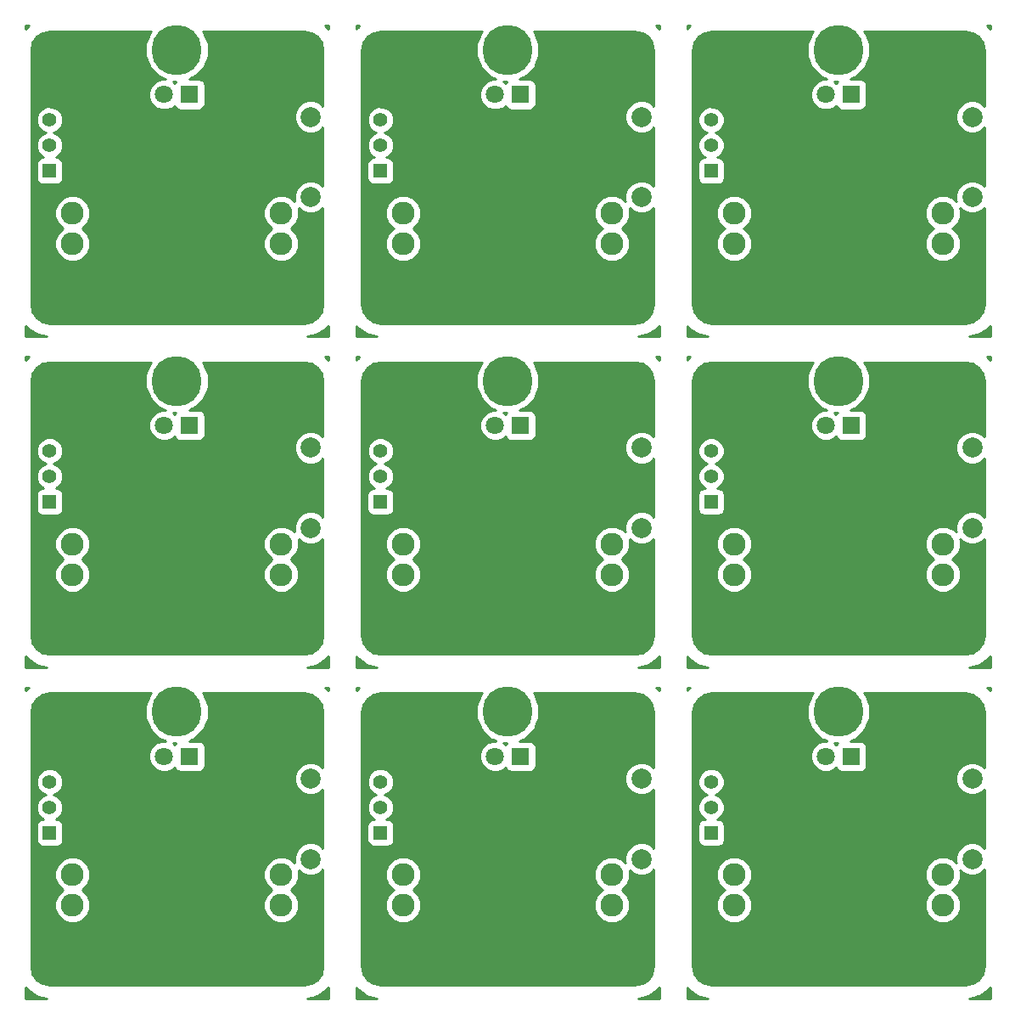
<source format=gtl>
%MOIN*%
%OFA0B0*%
%FSLAX46Y46*%
%IPPOS*%
%LPD*%
%ADD10C,0.0039370078740157488*%
%ADD11C,0.070866141732283464*%
%ADD12R,0.070866141732283464X0.070866141732283464*%
%ADD13C,0.0787*%
%ADD14C,0.19685039370078741*%
%ADD15C,0.090000000000000011*%
%ADD16R,0.055000000000000007X0.055000000000000007*%
%ADD17C,0.055000000000000007*%
%ADD18C,0.01*%
%ADD29C,0.0039370078740157488*%
%ADD30C,0.070866141732283464*%
%ADD31R,0.070866141732283464X0.070866141732283464*%
%ADD32C,0.0787*%
%ADD33C,0.19685039370078741*%
%ADD34C,0.090000000000000011*%
%ADD35R,0.055000000000000007X0.055000000000000007*%
%ADD36C,0.055000000000000007*%
%ADD37C,0.01*%
%ADD38C,0.0039370078740157488*%
%ADD39C,0.070866141732283464*%
%ADD40R,0.070866141732283464X0.070866141732283464*%
%ADD41C,0.0787*%
%ADD42C,0.19685039370078741*%
%ADD43C,0.090000000000000011*%
%ADD44R,0.055000000000000007X0.055000000000000007*%
%ADD45C,0.055000000000000007*%
%ADD46C,0.01*%
%ADD47C,0.0039370078740157488*%
%ADD48C,0.070866141732283464*%
%ADD49R,0.070866141732283464X0.070866141732283464*%
%ADD50C,0.0787*%
%ADD51C,0.19685039370078741*%
%ADD52C,0.090000000000000011*%
%ADD53R,0.055000000000000007X0.055000000000000007*%
%ADD54C,0.055000000000000007*%
%ADD55C,0.01*%
%ADD56C,0.0039370078740157488*%
%ADD57C,0.070866141732283464*%
%ADD58R,0.070866141732283464X0.070866141732283464*%
%ADD59C,0.0787*%
%ADD60C,0.19685039370078741*%
%ADD61C,0.090000000000000011*%
%ADD62R,0.055000000000000007X0.055000000000000007*%
%ADD63C,0.055000000000000007*%
%ADD64C,0.01*%
%ADD65C,0.0039370078740157488*%
%ADD66C,0.070866141732283464*%
%ADD67R,0.070866141732283464X0.070866141732283464*%
%ADD68C,0.0787*%
%ADD69C,0.19685039370078741*%
%ADD70C,0.090000000000000011*%
%ADD71R,0.055000000000000007X0.055000000000000007*%
%ADD72C,0.055000000000000007*%
%ADD73C,0.01*%
%ADD74C,0.0039370078740157488*%
%ADD75C,0.070866141732283464*%
%ADD76R,0.070866141732283464X0.070866141732283464*%
%ADD77C,0.0787*%
%ADD78C,0.19685039370078741*%
%ADD79C,0.090000000000000011*%
%ADD80R,0.055000000000000007X0.055000000000000007*%
%ADD81C,0.055000000000000007*%
%ADD82C,0.01*%
%ADD83C,0.0039370078740157488*%
%ADD84C,0.070866141732283464*%
%ADD85R,0.070866141732283464X0.070866141732283464*%
%ADD86C,0.0787*%
%ADD87C,0.19685039370078741*%
%ADD88C,0.090000000000000011*%
%ADD89R,0.055000000000000007X0.055000000000000007*%
%ADD90C,0.055000000000000007*%
%ADD91C,0.01*%
%ADD92C,0.0039370078740157488*%
%ADD93C,0.070866141732283464*%
%ADD94R,0.070866141732283464X0.070866141732283464*%
%ADD95C,0.0787*%
%ADD96C,0.19685039370078741*%
%ADD97C,0.090000000000000011*%
%ADD98R,0.055000000000000007X0.055000000000000007*%
%ADD99C,0.055000000000000007*%
%ADD100C,0.01*%
G01*
D10*
D11*
X-0006300000Y0004050000D02*
X0000549999Y0000925000D03*
D12*
X0000649999Y0000925000D03*
D13*
X0001124999Y0000837480D03*
X0001124999Y0000522519D03*
D14*
X0000599999Y0001100000D03*
D15*
X0001009999Y0000340000D03*
X0000189999Y0000340000D03*
X0001009999Y0000460000D03*
X0000189999Y0000460000D03*
D16*
X0000099999Y0000625000D03*
D17*
X0000099999Y0000725000D03*
X0000099999Y0000825000D03*
D18*
G36*
X0001194999Y-0000024999D02*
X0001112552Y-0000024999D01*
X0001143529Y-0000018838D01*
X0001147556Y-0000017170D01*
X0001153251Y-0000014811D01*
X0001185693Y0000006865D01*
X0001189413Y0000010586D01*
X0001193133Y0000014306D01*
X0001194999Y0000017098D01*
X0001194999Y-0000024999D01*
X0001194999Y-0000024999D01*
G37*
X0001194999Y-0000024999D02*
X0001112552Y-0000024999D01*
X0001143529Y-0000018838D01*
X0001147556Y-0000017170D01*
X0001153251Y-0000014811D01*
X0001185693Y0000006865D01*
X0001189413Y0000010586D01*
X0001193133Y0000014306D01*
X0001194999Y0000017098D01*
X0001194999Y-0000024999D01*
G36*
X0000006865Y0000014306D02*
X0000010585Y0000010586D01*
X0000014306Y0000006865D01*
X0000046748Y-0000014811D01*
X0000056470Y-0000018838D01*
X0000087447Y-0000024999D01*
X0000004999Y-0000024999D01*
X0000004999Y0000017098D01*
X0000006865Y0000014306D01*
X0000006865Y0000014306D01*
G37*
X0000006865Y0000014306D02*
X0000010585Y0000010586D01*
X0000014306Y0000006865D01*
X0000046748Y-0000014811D01*
X0000056470Y-0000018838D01*
X0000087447Y-0000024999D01*
X0000004999Y-0000024999D01*
X0000004999Y0000017098D01*
X0000006865Y0000014306D01*
G36*
X0000495426Y0001170006D02*
X0000495381Y0001169898D01*
X0000495331Y0001169865D01*
X0000485975Y0001147247D01*
X0000476596Y0001124658D01*
X0000476596Y0001124572D01*
X0000476563Y0001124492D01*
X0000476574Y0001100020D01*
X0000476553Y0001075557D01*
X0000476586Y0001075477D01*
X0000476586Y0001075390D01*
X0000491031Y0001040516D01*
X0000495304Y0001030176D01*
X0000495322Y0001030158D01*
X0000495331Y0001030134D01*
X0000495373Y0001030107D01*
X0000529993Y0000995426D01*
X0000530101Y0000995381D01*
X0000530134Y0000995332D01*
X0000552752Y0000985976D01*
X0000554068Y0000985429D01*
X0000538031Y0000985443D01*
X0000515811Y0000976262D01*
X0000498797Y0000959277D01*
X0000489577Y0000937073D01*
X0000489556Y0000913031D01*
X0000498737Y0000890812D01*
X0000515722Y0000873797D01*
X0000537926Y0000864577D01*
X0000561967Y0000864556D01*
X0000584187Y0000873737D01*
X0000590811Y0000880349D01*
X0000590820Y0000880302D01*
X0000596295Y0000871793D01*
X0000604649Y0000866085D01*
X0000614566Y0000864077D01*
X0000685432Y0000864077D01*
X0000694697Y0000865820D01*
X0000703206Y0000871295D01*
X0000708914Y0000879650D01*
X0000710922Y0000889567D01*
X0000710922Y0000960433D01*
X0000709179Y0000969697D01*
X0000703704Y0000978206D01*
X0000695349Y0000983914D01*
X0000685432Y0000985922D01*
X0000647149Y0000985922D01*
X0000659483Y0000991031D01*
X0000669823Y0000995304D01*
X0000669841Y0000995322D01*
X0000669865Y0000995332D01*
X0000669892Y0000995373D01*
X0000704573Y0001029994D01*
X0000704618Y0001030101D01*
X0000704667Y0001030134D01*
X0000714023Y0001052752D01*
X0000723403Y0001075341D01*
X0000723403Y0001075427D01*
X0000723436Y0001075507D01*
X0000723425Y0001099979D01*
X0000723446Y0001124443D01*
X0000723413Y0001124522D01*
X0000723413Y0001124609D01*
X0000708967Y0001159483D01*
X0000704695Y0001169823D01*
X0000704677Y0001169841D01*
X0000704667Y0001169865D01*
X0000704626Y0001169893D01*
X0000701493Y0001173031D01*
X0001097343Y0001173031D01*
X0001127745Y0001166984D01*
X0001151267Y0001151267D01*
X0001166983Y0001127745D01*
X0001173031Y0001097343D01*
X0001173031Y0000880449D01*
X0001161498Y0000892001D01*
X0001137855Y0000901819D01*
X0001112255Y0000901841D01*
X0001088596Y0000892065D01*
X0001070478Y0000873979D01*
X0001060660Y0000850336D01*
X0001060638Y0000824736D01*
X0001070414Y0000801076D01*
X0001088500Y0000782958D01*
X0001112143Y0000773141D01*
X0001137743Y0000773119D01*
X0001161403Y0000782895D01*
X0001173031Y0000794502D01*
X0001173031Y0000565488D01*
X0001161498Y0000577041D01*
X0001137855Y0000586858D01*
X0001112255Y0000586880D01*
X0001088596Y0000577104D01*
X0001070478Y0000559018D01*
X0001060660Y0000535375D01*
X0001060638Y0000509775D01*
X0001061640Y0000507350D01*
X0001049703Y0000519308D01*
X0001023984Y0000529987D01*
X0000996137Y0000530012D01*
X0000970399Y0000519377D01*
X0000950691Y0000499703D01*
X0000940011Y0000473985D01*
X0000939987Y0000446137D01*
X0000950622Y0000420400D01*
X0000970296Y0000400691D01*
X0000971933Y0000400011D01*
X0000970399Y0000399377D01*
X0000950691Y0000379703D01*
X0000940011Y0000353985D01*
X0000939987Y0000326137D01*
X0000950622Y0000300400D01*
X0000970296Y0000280691D01*
X0000996014Y0000270012D01*
X0001023862Y0000269987D01*
X0001049599Y0000280622D01*
X0001069308Y0000300296D01*
X0001079987Y0000326015D01*
X0001080011Y0000353862D01*
X0001069377Y0000379600D01*
X0001049703Y0000399308D01*
X0001048065Y0000399988D01*
X0001049599Y0000400622D01*
X0001069308Y0000420296D01*
X0001079987Y0000446015D01*
X0001080011Y0000473862D01*
X0001078151Y0000478365D01*
X0001088500Y0000467998D01*
X0001112143Y0000458180D01*
X0001137743Y0000458158D01*
X0001161403Y0000467934D01*
X0001173031Y0000479542D01*
X0001173031Y0000102656D01*
X0001166983Y0000072254D01*
X0001151267Y0000048732D01*
X0001127745Y0000033015D01*
X0001097343Y0000026968D01*
X0000102655Y0000026968D01*
X0000072254Y0000033015D01*
X0000048732Y0000048732D01*
X0000033015Y0000072254D01*
X0000026968Y0000102656D01*
X0000026968Y0000446137D01*
X0000119987Y0000446137D01*
X0000130622Y0000420400D01*
X0000150296Y0000400691D01*
X0000151933Y0000400011D01*
X0000150399Y0000399377D01*
X0000130691Y0000379703D01*
X0000120011Y0000353985D01*
X0000119987Y0000326137D01*
X0000130622Y0000300400D01*
X0000150296Y0000280691D01*
X0000176014Y0000270012D01*
X0000203862Y0000269987D01*
X0000229599Y0000280622D01*
X0000249308Y0000300296D01*
X0000259987Y0000326015D01*
X0000260011Y0000353862D01*
X0000249377Y0000379600D01*
X0000229703Y0000399308D01*
X0000228065Y0000399988D01*
X0000229599Y0000400622D01*
X0000249308Y0000420296D01*
X0000259987Y0000446015D01*
X0000260011Y0000473862D01*
X0000249377Y0000499600D01*
X0000229703Y0000519308D01*
X0000203984Y0000529987D01*
X0000176137Y0000530012D01*
X0000150399Y0000519377D01*
X0000130691Y0000499703D01*
X0000120011Y0000473985D01*
X0000119987Y0000446137D01*
X0000026968Y0000446137D01*
X0000026968Y0000652500D01*
X0000047010Y0000652500D01*
X0000047010Y0000597500D01*
X0000048753Y0000588235D01*
X0000054228Y0000579726D01*
X0000062582Y0000574018D01*
X0000072499Y0000572010D01*
X0000127499Y0000572010D01*
X0000136764Y0000573753D01*
X0000145273Y0000579228D01*
X0000150981Y0000587583D01*
X0000152989Y0000597500D01*
X0000152989Y0000652500D01*
X0000151246Y0000661764D01*
X0000145771Y0000670273D01*
X0000137416Y0000675981D01*
X0000127499Y0000677989D01*
X0000123705Y0000677989D01*
X0000129699Y0000680466D01*
X0000144481Y0000695222D01*
X0000152490Y0000714511D01*
X0000152508Y0000735397D01*
X0000144533Y0000754700D01*
X0000129777Y0000769481D01*
X0000116478Y0000775003D01*
X0000129699Y0000780466D01*
X0000144481Y0000795222D01*
X0000152490Y0000814511D01*
X0000152508Y0000835397D01*
X0000144533Y0000854700D01*
X0000129777Y0000869481D01*
X0000110488Y0000877490D01*
X0000089602Y0000877509D01*
X0000070299Y0000869533D01*
X0000055518Y0000854777D01*
X0000047508Y0000835488D01*
X0000047490Y0000814602D01*
X0000055466Y0000795300D01*
X0000070222Y0000780518D01*
X0000083521Y0000774996D01*
X0000070299Y0000769533D01*
X0000055518Y0000754777D01*
X0000047508Y0000735488D01*
X0000047490Y0000714602D01*
X0000055466Y0000695300D01*
X0000070222Y0000680518D01*
X0000076312Y0000677989D01*
X0000072499Y0000677989D01*
X0000063235Y0000676246D01*
X0000054726Y0000670771D01*
X0000049018Y0000662417D01*
X0000047010Y0000652500D01*
X0000026968Y0000652500D01*
X0000026968Y0001097343D01*
X0000033015Y0001127745D01*
X0000048732Y0001151267D01*
X0000072254Y0001166984D01*
X0000102655Y0001173031D01*
X0000498456Y0001173031D01*
X0000495426Y0001170006D01*
X0000495426Y0001170006D01*
G37*
X0000495426Y0001170006D02*
X0000495381Y0001169898D01*
X0000495331Y0001169865D01*
X0000485975Y0001147247D01*
X0000476596Y0001124658D01*
X0000476596Y0001124572D01*
X0000476563Y0001124492D01*
X0000476574Y0001100020D01*
X0000476553Y0001075557D01*
X0000476586Y0001075477D01*
X0000476586Y0001075390D01*
X0000491031Y0001040516D01*
X0000495304Y0001030176D01*
X0000495322Y0001030158D01*
X0000495331Y0001030134D01*
X0000495373Y0001030107D01*
X0000529993Y0000995426D01*
X0000530101Y0000995381D01*
X0000530134Y0000995332D01*
X0000552752Y0000985976D01*
X0000554068Y0000985429D01*
X0000538031Y0000985443D01*
X0000515811Y0000976262D01*
X0000498797Y0000959277D01*
X0000489577Y0000937073D01*
X0000489556Y0000913031D01*
X0000498737Y0000890812D01*
X0000515722Y0000873797D01*
X0000537926Y0000864577D01*
X0000561967Y0000864556D01*
X0000584187Y0000873737D01*
X0000590811Y0000880349D01*
X0000590820Y0000880302D01*
X0000596295Y0000871793D01*
X0000604649Y0000866085D01*
X0000614566Y0000864077D01*
X0000685432Y0000864077D01*
X0000694697Y0000865820D01*
X0000703206Y0000871295D01*
X0000708914Y0000879650D01*
X0000710922Y0000889567D01*
X0000710922Y0000960433D01*
X0000709179Y0000969697D01*
X0000703704Y0000978206D01*
X0000695349Y0000983914D01*
X0000685432Y0000985922D01*
X0000647149Y0000985922D01*
X0000659483Y0000991031D01*
X0000669823Y0000995304D01*
X0000669841Y0000995322D01*
X0000669865Y0000995332D01*
X0000669892Y0000995373D01*
X0000704573Y0001029994D01*
X0000704618Y0001030101D01*
X0000704667Y0001030134D01*
X0000714023Y0001052752D01*
X0000723403Y0001075341D01*
X0000723403Y0001075427D01*
X0000723436Y0001075507D01*
X0000723425Y0001099979D01*
X0000723446Y0001124443D01*
X0000723413Y0001124522D01*
X0000723413Y0001124609D01*
X0000708967Y0001159483D01*
X0000704695Y0001169823D01*
X0000704677Y0001169841D01*
X0000704667Y0001169865D01*
X0000704626Y0001169893D01*
X0000701493Y0001173031D01*
X0001097343Y0001173031D01*
X0001127745Y0001166984D01*
X0001151267Y0001151267D01*
X0001166983Y0001127745D01*
X0001173031Y0001097343D01*
X0001173031Y0000880449D01*
X0001161498Y0000892001D01*
X0001137855Y0000901819D01*
X0001112255Y0000901841D01*
X0001088596Y0000892065D01*
X0001070478Y0000873979D01*
X0001060660Y0000850336D01*
X0001060638Y0000824736D01*
X0001070414Y0000801076D01*
X0001088500Y0000782958D01*
X0001112143Y0000773141D01*
X0001137743Y0000773119D01*
X0001161403Y0000782895D01*
X0001173031Y0000794502D01*
X0001173031Y0000565488D01*
X0001161498Y0000577041D01*
X0001137855Y0000586858D01*
X0001112255Y0000586880D01*
X0001088596Y0000577104D01*
X0001070478Y0000559018D01*
X0001060660Y0000535375D01*
X0001060638Y0000509775D01*
X0001061640Y0000507350D01*
X0001049703Y0000519308D01*
X0001023984Y0000529987D01*
X0000996137Y0000530012D01*
X0000970399Y0000519377D01*
X0000950691Y0000499703D01*
X0000940011Y0000473985D01*
X0000939987Y0000446137D01*
X0000950622Y0000420400D01*
X0000970296Y0000400691D01*
X0000971933Y0000400011D01*
X0000970399Y0000399377D01*
X0000950691Y0000379703D01*
X0000940011Y0000353985D01*
X0000939987Y0000326137D01*
X0000950622Y0000300400D01*
X0000970296Y0000280691D01*
X0000996014Y0000270012D01*
X0001023862Y0000269987D01*
X0001049599Y0000280622D01*
X0001069308Y0000300296D01*
X0001079987Y0000326015D01*
X0001080011Y0000353862D01*
X0001069377Y0000379600D01*
X0001049703Y0000399308D01*
X0001048065Y0000399988D01*
X0001049599Y0000400622D01*
X0001069308Y0000420296D01*
X0001079987Y0000446015D01*
X0001080011Y0000473862D01*
X0001078151Y0000478365D01*
X0001088500Y0000467998D01*
X0001112143Y0000458180D01*
X0001137743Y0000458158D01*
X0001161403Y0000467934D01*
X0001173031Y0000479542D01*
X0001173031Y0000102656D01*
X0001166983Y0000072254D01*
X0001151267Y0000048732D01*
X0001127745Y0000033015D01*
X0001097343Y0000026968D01*
X0000102655Y0000026968D01*
X0000072254Y0000033015D01*
X0000048732Y0000048732D01*
X0000033015Y0000072254D01*
X0000026968Y0000102656D01*
X0000026968Y0000446137D01*
X0000119987Y0000446137D01*
X0000130622Y0000420400D01*
X0000150296Y0000400691D01*
X0000151933Y0000400011D01*
X0000150399Y0000399377D01*
X0000130691Y0000379703D01*
X0000120011Y0000353985D01*
X0000119987Y0000326137D01*
X0000130622Y0000300400D01*
X0000150296Y0000280691D01*
X0000176014Y0000270012D01*
X0000203862Y0000269987D01*
X0000229599Y0000280622D01*
X0000249308Y0000300296D01*
X0000259987Y0000326015D01*
X0000260011Y0000353862D01*
X0000249377Y0000379600D01*
X0000229703Y0000399308D01*
X0000228065Y0000399988D01*
X0000229599Y0000400622D01*
X0000249308Y0000420296D01*
X0000259987Y0000446015D01*
X0000260011Y0000473862D01*
X0000249377Y0000499600D01*
X0000229703Y0000519308D01*
X0000203984Y0000529987D01*
X0000176137Y0000530012D01*
X0000150399Y0000519377D01*
X0000130691Y0000499703D01*
X0000120011Y0000473985D01*
X0000119987Y0000446137D01*
X0000026968Y0000446137D01*
X0000026968Y0000652500D01*
X0000047010Y0000652500D01*
X0000047010Y0000597500D01*
X0000048753Y0000588235D01*
X0000054228Y0000579726D01*
X0000062582Y0000574018D01*
X0000072499Y0000572010D01*
X0000127499Y0000572010D01*
X0000136764Y0000573753D01*
X0000145273Y0000579228D01*
X0000150981Y0000587583D01*
X0000152989Y0000597500D01*
X0000152989Y0000652500D01*
X0000151246Y0000661764D01*
X0000145771Y0000670273D01*
X0000137416Y0000675981D01*
X0000127499Y0000677989D01*
X0000123705Y0000677989D01*
X0000129699Y0000680466D01*
X0000144481Y0000695222D01*
X0000152490Y0000714511D01*
X0000152508Y0000735397D01*
X0000144533Y0000754700D01*
X0000129777Y0000769481D01*
X0000116478Y0000775003D01*
X0000129699Y0000780466D01*
X0000144481Y0000795222D01*
X0000152490Y0000814511D01*
X0000152508Y0000835397D01*
X0000144533Y0000854700D01*
X0000129777Y0000869481D01*
X0000110488Y0000877490D01*
X0000089602Y0000877509D01*
X0000070299Y0000869533D01*
X0000055518Y0000854777D01*
X0000047508Y0000835488D01*
X0000047490Y0000814602D01*
X0000055466Y0000795300D01*
X0000070222Y0000780518D01*
X0000083521Y0000774996D01*
X0000070299Y0000769533D01*
X0000055518Y0000754777D01*
X0000047508Y0000735488D01*
X0000047490Y0000714602D01*
X0000055466Y0000695300D01*
X0000070222Y0000680518D01*
X0000076312Y0000677989D01*
X0000072499Y0000677989D01*
X0000063235Y0000676246D01*
X0000054726Y0000670771D01*
X0000049018Y0000662417D01*
X0000047010Y0000652500D01*
X0000026968Y0000652500D01*
X0000026968Y0001097343D01*
X0000033015Y0001127745D01*
X0000048732Y0001151267D01*
X0000072254Y0001166984D01*
X0000102655Y0001173031D01*
X0000498456Y0001173031D01*
X0000495426Y0001170006D01*
G36*
X0000591085Y0000970350D02*
X0000590922Y0000969545D01*
X0000584277Y0000976202D01*
X0000583400Y0000976567D01*
X0000595336Y0000976572D01*
X0000591085Y0000970350D01*
X0000591085Y0000970350D01*
G37*
X0000591085Y0000970350D02*
X0000590922Y0000969545D01*
X0000584277Y0000976202D01*
X0000583400Y0000976567D01*
X0000595336Y0000976572D01*
X0000591085Y0000970350D01*
G36*
X0000014306Y0001193134D02*
X0000010851Y0001189679D01*
X0000006865Y0001185693D01*
X0000004999Y0001182901D01*
X0000004999Y0001195000D01*
X0000017098Y0001195000D01*
X0000014306Y0001193134D01*
X0000014306Y0001193134D01*
G37*
X0000014306Y0001193134D02*
X0000010851Y0001189679D01*
X0000006865Y0001185693D01*
X0000004999Y0001182901D01*
X0000004999Y0001195000D01*
X0000017098Y0001195000D01*
X0000014306Y0001193134D01*
G36*
X0001194999Y0001182901D02*
X0001193133Y0001185693D01*
X0001189147Y0001189679D01*
X0001185693Y0001193134D01*
X0001182900Y0001195000D01*
X0001194999Y0001195000D01*
X0001194999Y0001182901D01*
X0001194999Y0001182901D01*
G37*
X0001194999Y0001182901D02*
X0001193133Y0001185693D01*
X0001189147Y0001189679D01*
X0001185693Y0001193134D01*
X0001182900Y0001195000D01*
X0001194999Y0001195000D01*
X0001194999Y0001182901D01*
G04 next file*
G04 #@! TF.FileFunction,Copper,L1,Top,Signal*
G04 Gerber Fmt 4.6, Leading zero omitted, Abs format (unit mm)*
G04 Created by KiCad (PCBNEW 4.0.7) date 02/23/20 08:48:36*
G01*
G04 APERTURE LIST*
G04 APERTURE END LIST*
D29*
D30*
X-0006300000Y0005349212D02*
X0000549999Y0002224212D03*
D31*
X0000649999Y0002224212D03*
D32*
X0001124999Y0002136692D03*
X0001124999Y0001821732D03*
D33*
X0000599999Y0002399212D03*
D34*
X0001009999Y0001639212D03*
X0000189999Y0001639212D03*
X0001009999Y0001759212D03*
X0000189999Y0001759212D03*
D35*
X0000099999Y0001924212D03*
D36*
X0000099999Y0002024212D03*
X0000099999Y0002124212D03*
D37*
G36*
X0001194999Y0001274212D02*
X0001112552Y0001274212D01*
X0001143529Y0001280374D01*
X0001147556Y0001282042D01*
X0001153251Y0001284400D01*
X0001185693Y0001306078D01*
X0001189413Y0001309798D01*
X0001193133Y0001313518D01*
X0001194999Y0001316311D01*
X0001194999Y0001274212D01*
X0001194999Y0001274212D01*
G37*
X0001194999Y0001274212D02*
X0001112552Y0001274212D01*
X0001143529Y0001280374D01*
X0001147556Y0001282042D01*
X0001153251Y0001284400D01*
X0001185693Y0001306078D01*
X0001189413Y0001309798D01*
X0001193133Y0001313518D01*
X0001194999Y0001316311D01*
X0001194999Y0001274212D01*
G36*
X0000006865Y0001313518D02*
X0000010585Y0001309798D01*
X0000014306Y0001306078D01*
X0000046748Y0001284400D01*
X0000056470Y0001280374D01*
X0000087447Y0001274212D01*
X0000004999Y0001274212D01*
X0000004999Y0001316311D01*
X0000006865Y0001313518D01*
X0000006865Y0001313518D01*
G37*
X0000006865Y0001313518D02*
X0000010585Y0001309798D01*
X0000014306Y0001306078D01*
X0000046748Y0001284400D01*
X0000056470Y0001280374D01*
X0000087447Y0001274212D01*
X0000004999Y0001274212D01*
X0000004999Y0001316311D01*
X0000006865Y0001313518D01*
G36*
X0000495426Y0002469218D02*
X0000495381Y0002469110D01*
X0000495331Y0002469077D01*
X0000485975Y0002446460D01*
X0000476596Y0002423870D01*
X0000476596Y0002423784D01*
X0000476563Y0002423704D01*
X0000476574Y0002399232D01*
X0000476553Y0002374769D01*
X0000476586Y0002374689D01*
X0000476586Y0002374603D01*
X0000491031Y0002339728D01*
X0000495304Y0002329388D01*
X0000495322Y0002329370D01*
X0000495331Y0002329347D01*
X0000495373Y0002329319D01*
X0000529993Y0002294638D01*
X0000530101Y0002294593D01*
X0000530134Y0002294544D01*
X0000552752Y0002285188D01*
X0000554068Y0002284641D01*
X0000538031Y0002284655D01*
X0000515811Y0002275474D01*
X0000498797Y0002258489D01*
X0000489577Y0002236286D01*
X0000489556Y0002212244D01*
X0000498737Y0002190024D01*
X0000515722Y0002173009D01*
X0000537926Y0002163789D01*
X0000561967Y0002163768D01*
X0000584187Y0002172949D01*
X0000590811Y0002179562D01*
X0000590820Y0002179514D01*
X0000596295Y0002171006D01*
X0000604649Y0002165297D01*
X0000614566Y0002163289D01*
X0000685432Y0002163289D01*
X0000694697Y0002165032D01*
X0000703206Y0002170508D01*
X0000708914Y0002178862D01*
X0000710922Y0002188779D01*
X0000710922Y0002259645D01*
X0000709179Y0002268909D01*
X0000703704Y0002277418D01*
X0000695349Y0002283127D01*
X0000685432Y0002285135D01*
X0000647149Y0002285135D01*
X0000659483Y0002290244D01*
X0000669823Y0002294516D01*
X0000669841Y0002294534D01*
X0000669865Y0002294544D01*
X0000669892Y0002294586D01*
X0000704573Y0002329206D01*
X0000704618Y0002329314D01*
X0000704667Y0002329347D01*
X0000714023Y0002351964D01*
X0000723403Y0002374553D01*
X0000723403Y0002374640D01*
X0000723436Y0002374719D01*
X0000723425Y0002399192D01*
X0000723446Y0002423655D01*
X0000723413Y0002423735D01*
X0000723413Y0002423821D01*
X0000708967Y0002458695D01*
X0000704695Y0002469035D01*
X0000704677Y0002469053D01*
X0000704667Y0002469077D01*
X0000704626Y0002469105D01*
X0000701493Y0002472243D01*
X0001097343Y0002472243D01*
X0001127745Y0002466196D01*
X0001151267Y0002450479D01*
X0001166983Y0002426958D01*
X0001173031Y0002396556D01*
X0001173031Y0002179661D01*
X0001161498Y0002191214D01*
X0001137855Y0002201031D01*
X0001112255Y0002201053D01*
X0001088596Y0002191277D01*
X0001070478Y0002173191D01*
X0001060660Y0002149548D01*
X0001060638Y0002123948D01*
X0001070414Y0002100288D01*
X0001088500Y0002082171D01*
X0001112143Y0002072353D01*
X0001137743Y0002072331D01*
X0001161403Y0002082107D01*
X0001173031Y0002093715D01*
X0001173031Y0001864700D01*
X0001161498Y0001876253D01*
X0001137855Y0001886070D01*
X0001112255Y0001886093D01*
X0001088596Y0001876317D01*
X0001070478Y0001858231D01*
X0001060660Y0001834588D01*
X0001060638Y0001808988D01*
X0001061640Y0001806562D01*
X0001049703Y0001818520D01*
X0001023984Y0001829200D01*
X0000996137Y0001829224D01*
X0000970399Y0001818590D01*
X0000950691Y0001798915D01*
X0000940011Y0001773197D01*
X0000939987Y0001745349D01*
X0000950622Y0001719612D01*
X0000970296Y0001699903D01*
X0000971933Y0001699223D01*
X0000970399Y0001698590D01*
X0000950691Y0001678915D01*
X0000940011Y0001653197D01*
X0000939987Y0001625349D01*
X0000950622Y0001599612D01*
X0000970296Y0001579903D01*
X0000996014Y0001569224D01*
X0001023862Y0001569200D01*
X0001049599Y0001579834D01*
X0001069308Y0001599508D01*
X0001079987Y0001625227D01*
X0001080011Y0001653075D01*
X0001069377Y0001678812D01*
X0001049703Y0001698520D01*
X0001048065Y0001699200D01*
X0001049599Y0001699834D01*
X0001069308Y0001719508D01*
X0001079987Y0001745227D01*
X0001080011Y0001773075D01*
X0001078151Y0001777578D01*
X0001088500Y0001767210D01*
X0001112143Y0001757393D01*
X0001137743Y0001757370D01*
X0001161403Y0001767146D01*
X0001173031Y0001778754D01*
X0001173031Y0001401868D01*
X0001166983Y0001371466D01*
X0001151267Y0001347944D01*
X0001127745Y0001332228D01*
X0001097343Y0001326180D01*
X0000102655Y0001326180D01*
X0000072254Y0001332228D01*
X0000048732Y0001347944D01*
X0000033015Y0001371466D01*
X0000026968Y0001401868D01*
X0000026968Y0001745349D01*
X0000119987Y0001745349D01*
X0000130622Y0001719612D01*
X0000150296Y0001699903D01*
X0000151933Y0001699223D01*
X0000150399Y0001698590D01*
X0000130691Y0001678915D01*
X0000120011Y0001653197D01*
X0000119987Y0001625349D01*
X0000130622Y0001599612D01*
X0000150296Y0001579903D01*
X0000176014Y0001569224D01*
X0000203862Y0001569200D01*
X0000229599Y0001579834D01*
X0000249308Y0001599508D01*
X0000259987Y0001625227D01*
X0000260011Y0001653075D01*
X0000249377Y0001678812D01*
X0000229703Y0001698520D01*
X0000228065Y0001699200D01*
X0000229599Y0001699834D01*
X0000249308Y0001719508D01*
X0000259987Y0001745227D01*
X0000260011Y0001773075D01*
X0000249377Y0001798812D01*
X0000229703Y0001818520D01*
X0000203984Y0001829200D01*
X0000176137Y0001829224D01*
X0000150399Y0001818590D01*
X0000130691Y0001798915D01*
X0000120011Y0001773197D01*
X0000119987Y0001745349D01*
X0000026968Y0001745349D01*
X0000026968Y0001951712D01*
X0000047010Y0001951712D01*
X0000047010Y0001896712D01*
X0000048753Y0001887447D01*
X0000054228Y0001878939D01*
X0000062582Y0001873230D01*
X0000072499Y0001871222D01*
X0000127499Y0001871222D01*
X0000136764Y0001872965D01*
X0000145273Y0001878441D01*
X0000150981Y0001886795D01*
X0000152989Y0001896712D01*
X0000152989Y0001951712D01*
X0000151246Y0001960976D01*
X0000145771Y0001969485D01*
X0000137416Y0001975193D01*
X0000127499Y0001977202D01*
X0000123705Y0001977202D01*
X0000129699Y0001979679D01*
X0000144481Y0001994434D01*
X0000152490Y0002013723D01*
X0000152508Y0002034609D01*
X0000144533Y0002053912D01*
X0000129777Y0002068693D01*
X0000116478Y0002074216D01*
X0000129699Y0002079679D01*
X0000144481Y0002094434D01*
X0000152490Y0002113723D01*
X0000152508Y0002134609D01*
X0000144533Y0002153912D01*
X0000129777Y0002168693D01*
X0000110488Y0002176703D01*
X0000089602Y0002176721D01*
X0000070299Y0002168745D01*
X0000055518Y0002153990D01*
X0000047508Y0002134701D01*
X0000047490Y0002113815D01*
X0000055466Y0002094512D01*
X0000070222Y0002079731D01*
X0000083521Y0002074208D01*
X0000070299Y0002068745D01*
X0000055518Y0002053990D01*
X0000047508Y0002034701D01*
X0000047490Y0002013815D01*
X0000055466Y0001994512D01*
X0000070222Y0001979731D01*
X0000076312Y0001977202D01*
X0000072499Y0001977202D01*
X0000063235Y0001975458D01*
X0000054726Y0001969983D01*
X0000049018Y0001961629D01*
X0000047010Y0001951712D01*
X0000026968Y0001951712D01*
X0000026968Y0002396556D01*
X0000033015Y0002426958D01*
X0000048732Y0002450479D01*
X0000072254Y0002466196D01*
X0000102655Y0002472243D01*
X0000498456Y0002472243D01*
X0000495426Y0002469218D01*
X0000495426Y0002469218D01*
G37*
X0000495426Y0002469218D02*
X0000495381Y0002469110D01*
X0000495331Y0002469077D01*
X0000485975Y0002446460D01*
X0000476596Y0002423870D01*
X0000476596Y0002423784D01*
X0000476563Y0002423704D01*
X0000476574Y0002399232D01*
X0000476553Y0002374769D01*
X0000476586Y0002374689D01*
X0000476586Y0002374603D01*
X0000491031Y0002339728D01*
X0000495304Y0002329388D01*
X0000495322Y0002329370D01*
X0000495331Y0002329347D01*
X0000495373Y0002329319D01*
X0000529993Y0002294638D01*
X0000530101Y0002294593D01*
X0000530134Y0002294544D01*
X0000552752Y0002285188D01*
X0000554068Y0002284641D01*
X0000538031Y0002284655D01*
X0000515811Y0002275474D01*
X0000498797Y0002258489D01*
X0000489577Y0002236286D01*
X0000489556Y0002212244D01*
X0000498737Y0002190024D01*
X0000515722Y0002173009D01*
X0000537926Y0002163789D01*
X0000561967Y0002163768D01*
X0000584187Y0002172949D01*
X0000590811Y0002179562D01*
X0000590820Y0002179514D01*
X0000596295Y0002171006D01*
X0000604649Y0002165297D01*
X0000614566Y0002163289D01*
X0000685432Y0002163289D01*
X0000694697Y0002165032D01*
X0000703206Y0002170508D01*
X0000708914Y0002178862D01*
X0000710922Y0002188779D01*
X0000710922Y0002259645D01*
X0000709179Y0002268909D01*
X0000703704Y0002277418D01*
X0000695349Y0002283127D01*
X0000685432Y0002285135D01*
X0000647149Y0002285135D01*
X0000659483Y0002290244D01*
X0000669823Y0002294516D01*
X0000669841Y0002294534D01*
X0000669865Y0002294544D01*
X0000669892Y0002294586D01*
X0000704573Y0002329206D01*
X0000704618Y0002329314D01*
X0000704667Y0002329347D01*
X0000714023Y0002351964D01*
X0000723403Y0002374553D01*
X0000723403Y0002374640D01*
X0000723436Y0002374719D01*
X0000723425Y0002399192D01*
X0000723446Y0002423655D01*
X0000723413Y0002423735D01*
X0000723413Y0002423821D01*
X0000708967Y0002458695D01*
X0000704695Y0002469035D01*
X0000704677Y0002469053D01*
X0000704667Y0002469077D01*
X0000704626Y0002469105D01*
X0000701493Y0002472243D01*
X0001097343Y0002472243D01*
X0001127745Y0002466196D01*
X0001151267Y0002450479D01*
X0001166983Y0002426958D01*
X0001173031Y0002396556D01*
X0001173031Y0002179661D01*
X0001161498Y0002191214D01*
X0001137855Y0002201031D01*
X0001112255Y0002201053D01*
X0001088596Y0002191277D01*
X0001070478Y0002173191D01*
X0001060660Y0002149548D01*
X0001060638Y0002123948D01*
X0001070414Y0002100288D01*
X0001088500Y0002082171D01*
X0001112143Y0002072353D01*
X0001137743Y0002072331D01*
X0001161403Y0002082107D01*
X0001173031Y0002093715D01*
X0001173031Y0001864700D01*
X0001161498Y0001876253D01*
X0001137855Y0001886070D01*
X0001112255Y0001886093D01*
X0001088596Y0001876317D01*
X0001070478Y0001858231D01*
X0001060660Y0001834588D01*
X0001060638Y0001808988D01*
X0001061640Y0001806562D01*
X0001049703Y0001818520D01*
X0001023984Y0001829200D01*
X0000996137Y0001829224D01*
X0000970399Y0001818590D01*
X0000950691Y0001798915D01*
X0000940011Y0001773197D01*
X0000939987Y0001745349D01*
X0000950622Y0001719612D01*
X0000970296Y0001699903D01*
X0000971933Y0001699223D01*
X0000970399Y0001698590D01*
X0000950691Y0001678915D01*
X0000940011Y0001653197D01*
X0000939987Y0001625349D01*
X0000950622Y0001599612D01*
X0000970296Y0001579903D01*
X0000996014Y0001569224D01*
X0001023862Y0001569200D01*
X0001049599Y0001579834D01*
X0001069308Y0001599508D01*
X0001079987Y0001625227D01*
X0001080011Y0001653075D01*
X0001069377Y0001678812D01*
X0001049703Y0001698520D01*
X0001048065Y0001699200D01*
X0001049599Y0001699834D01*
X0001069308Y0001719508D01*
X0001079987Y0001745227D01*
X0001080011Y0001773075D01*
X0001078151Y0001777578D01*
X0001088500Y0001767210D01*
X0001112143Y0001757393D01*
X0001137743Y0001757370D01*
X0001161403Y0001767146D01*
X0001173031Y0001778754D01*
X0001173031Y0001401868D01*
X0001166983Y0001371466D01*
X0001151267Y0001347944D01*
X0001127745Y0001332228D01*
X0001097343Y0001326180D01*
X0000102655Y0001326180D01*
X0000072254Y0001332228D01*
X0000048732Y0001347944D01*
X0000033015Y0001371466D01*
X0000026968Y0001401868D01*
X0000026968Y0001745349D01*
X0000119987Y0001745349D01*
X0000130622Y0001719612D01*
X0000150296Y0001699903D01*
X0000151933Y0001699223D01*
X0000150399Y0001698590D01*
X0000130691Y0001678915D01*
X0000120011Y0001653197D01*
X0000119987Y0001625349D01*
X0000130622Y0001599612D01*
X0000150296Y0001579903D01*
X0000176014Y0001569224D01*
X0000203862Y0001569200D01*
X0000229599Y0001579834D01*
X0000249308Y0001599508D01*
X0000259987Y0001625227D01*
X0000260011Y0001653075D01*
X0000249377Y0001678812D01*
X0000229703Y0001698520D01*
X0000228065Y0001699200D01*
X0000229599Y0001699834D01*
X0000249308Y0001719508D01*
X0000259987Y0001745227D01*
X0000260011Y0001773075D01*
X0000249377Y0001798812D01*
X0000229703Y0001818520D01*
X0000203984Y0001829200D01*
X0000176137Y0001829224D01*
X0000150399Y0001818590D01*
X0000130691Y0001798915D01*
X0000120011Y0001773197D01*
X0000119987Y0001745349D01*
X0000026968Y0001745349D01*
X0000026968Y0001951712D01*
X0000047010Y0001951712D01*
X0000047010Y0001896712D01*
X0000048753Y0001887447D01*
X0000054228Y0001878939D01*
X0000062582Y0001873230D01*
X0000072499Y0001871222D01*
X0000127499Y0001871222D01*
X0000136764Y0001872965D01*
X0000145273Y0001878441D01*
X0000150981Y0001886795D01*
X0000152989Y0001896712D01*
X0000152989Y0001951712D01*
X0000151246Y0001960976D01*
X0000145771Y0001969485D01*
X0000137416Y0001975193D01*
X0000127499Y0001977202D01*
X0000123705Y0001977202D01*
X0000129699Y0001979679D01*
X0000144481Y0001994434D01*
X0000152490Y0002013723D01*
X0000152508Y0002034609D01*
X0000144533Y0002053912D01*
X0000129777Y0002068693D01*
X0000116478Y0002074216D01*
X0000129699Y0002079679D01*
X0000144481Y0002094434D01*
X0000152490Y0002113723D01*
X0000152508Y0002134609D01*
X0000144533Y0002153912D01*
X0000129777Y0002168693D01*
X0000110488Y0002176703D01*
X0000089602Y0002176721D01*
X0000070299Y0002168745D01*
X0000055518Y0002153990D01*
X0000047508Y0002134701D01*
X0000047490Y0002113815D01*
X0000055466Y0002094512D01*
X0000070222Y0002079731D01*
X0000083521Y0002074208D01*
X0000070299Y0002068745D01*
X0000055518Y0002053990D01*
X0000047508Y0002034701D01*
X0000047490Y0002013815D01*
X0000055466Y0001994512D01*
X0000070222Y0001979731D01*
X0000076312Y0001977202D01*
X0000072499Y0001977202D01*
X0000063235Y0001975458D01*
X0000054726Y0001969983D01*
X0000049018Y0001961629D01*
X0000047010Y0001951712D01*
X0000026968Y0001951712D01*
X0000026968Y0002396556D01*
X0000033015Y0002426958D01*
X0000048732Y0002450479D01*
X0000072254Y0002466196D01*
X0000102655Y0002472243D01*
X0000498456Y0002472243D01*
X0000495426Y0002469218D01*
G36*
X0000591085Y0002269562D02*
X0000590922Y0002268758D01*
X0000584277Y0002275415D01*
X0000583400Y0002275779D01*
X0000595336Y0002275785D01*
X0000591085Y0002269562D01*
X0000591085Y0002269562D01*
G37*
X0000591085Y0002269562D02*
X0000590922Y0002268758D01*
X0000584277Y0002275415D01*
X0000583400Y0002275779D01*
X0000595336Y0002275785D01*
X0000591085Y0002269562D01*
G36*
X0000014306Y0002492346D02*
X0000010851Y0002488892D01*
X0000006865Y0002484905D01*
X0000004999Y0002482113D01*
X0000004999Y0002494212D01*
X0000017098Y0002494212D01*
X0000014306Y0002492346D01*
X0000014306Y0002492346D01*
G37*
X0000014306Y0002492346D02*
X0000010851Y0002488892D01*
X0000006865Y0002484905D01*
X0000004999Y0002482113D01*
X0000004999Y0002494212D01*
X0000017098Y0002494212D01*
X0000014306Y0002492346D01*
G36*
X0001194999Y0002482113D02*
X0001193133Y0002484905D01*
X0001189147Y0002488892D01*
X0001185693Y0002492346D01*
X0001182900Y0002494212D01*
X0001194999Y0002494212D01*
X0001194999Y0002482113D01*
X0001194999Y0002482113D01*
G37*
X0001194999Y0002482113D02*
X0001193133Y0002484905D01*
X0001189147Y0002488892D01*
X0001185693Y0002492346D01*
X0001182900Y0002494212D01*
X0001194999Y0002494212D01*
X0001194999Y0002482113D01*
G04 next file*
G04 #@! TF.FileFunction,Copper,L1,Top,Signal*
G04 Gerber Fmt 4.6, Leading zero omitted, Abs format (unit mm)*
G04 Created by KiCad (PCBNEW 4.0.7) date 02/23/20 08:48:36*
G01*
G04 APERTURE LIST*
G04 APERTURE END LIST*
D38*
D39*
X-0006300000Y0006648425D02*
X0000549999Y0003523425D03*
D40*
X0000649999Y0003523425D03*
D41*
X0001124999Y0003435905D03*
X0001124999Y0003120944D03*
D42*
X0000599999Y0003698425D03*
D43*
X0001009999Y0002938425D03*
X0000189999Y0002938425D03*
X0001009999Y0003058425D03*
X0000189999Y0003058425D03*
D44*
X0000099999Y0003223425D03*
D45*
X0000099999Y0003323425D03*
X0000099999Y0003423425D03*
D46*
G36*
X0001194999Y0002573425D02*
X0001112552Y0002573425D01*
X0001143529Y0002579586D01*
X0001147556Y0002581254D01*
X0001153251Y0002583613D01*
X0001185693Y0002605290D01*
X0001189413Y0002609011D01*
X0001193133Y0002612731D01*
X0001194999Y0002615523D01*
X0001194999Y0002573425D01*
X0001194999Y0002573425D01*
G37*
X0001194999Y0002573425D02*
X0001112552Y0002573425D01*
X0001143529Y0002579586D01*
X0001147556Y0002581254D01*
X0001153251Y0002583613D01*
X0001185693Y0002605290D01*
X0001189413Y0002609011D01*
X0001193133Y0002612731D01*
X0001194999Y0002615523D01*
X0001194999Y0002573425D01*
G36*
X0000006865Y0002612731D02*
X0000010585Y0002609011D01*
X0000014306Y0002605290D01*
X0000046748Y0002583613D01*
X0000056470Y0002579586D01*
X0000087447Y0002573425D01*
X0000004999Y0002573425D01*
X0000004999Y0002615523D01*
X0000006865Y0002612731D01*
X0000006865Y0002612731D01*
G37*
X0000006865Y0002612731D02*
X0000010585Y0002609011D01*
X0000014306Y0002605290D01*
X0000046748Y0002583613D01*
X0000056470Y0002579586D01*
X0000087447Y0002573425D01*
X0000004999Y0002573425D01*
X0000004999Y0002615523D01*
X0000006865Y0002612731D01*
G36*
X0000495426Y0003768431D02*
X0000495381Y0003768323D01*
X0000495331Y0003768290D01*
X0000485975Y0003745672D01*
X0000476596Y0003723083D01*
X0000476596Y0003722997D01*
X0000476563Y0003722917D01*
X0000476574Y0003698445D01*
X0000476553Y0003673981D01*
X0000476586Y0003673902D01*
X0000476586Y0003673815D01*
X0000491031Y0003638941D01*
X0000495304Y0003628601D01*
X0000495322Y0003628583D01*
X0000495331Y0003628559D01*
X0000495373Y0003628532D01*
X0000529993Y0003593851D01*
X0000530101Y0003593806D01*
X0000530134Y0003593757D01*
X0000552752Y0003584401D01*
X0000554068Y0003583854D01*
X0000538031Y0003583868D01*
X0000515811Y0003574687D01*
X0000498797Y0003557702D01*
X0000489577Y0003535498D01*
X0000489556Y0003511456D01*
X0000498737Y0003489237D01*
X0000515722Y0003472222D01*
X0000537926Y0003463002D01*
X0000561967Y0003462981D01*
X0000584187Y0003472162D01*
X0000590811Y0003478774D01*
X0000590820Y0003478727D01*
X0000596295Y0003470218D01*
X0000604649Y0003464510D01*
X0000614566Y0003462502D01*
X0000685432Y0003462502D01*
X0000694697Y0003464245D01*
X0000703206Y0003469720D01*
X0000708914Y0003478075D01*
X0000710922Y0003487991D01*
X0000710922Y0003558858D01*
X0000709179Y0003568122D01*
X0000703704Y0003576631D01*
X0000695349Y0003582339D01*
X0000685432Y0003584347D01*
X0000647149Y0003584347D01*
X0000659483Y0003589456D01*
X0000669823Y0003593729D01*
X0000669841Y0003593747D01*
X0000669865Y0003593757D01*
X0000669892Y0003593798D01*
X0000704573Y0003628418D01*
X0000704618Y0003628526D01*
X0000704667Y0003628559D01*
X0000714023Y0003651177D01*
X0000723403Y0003673766D01*
X0000723403Y0003673852D01*
X0000723436Y0003673932D01*
X0000723425Y0003698404D01*
X0000723446Y0003722868D01*
X0000723413Y0003722947D01*
X0000723413Y0003723034D01*
X0000708967Y0003757908D01*
X0000704695Y0003768248D01*
X0000704677Y0003768266D01*
X0000704667Y0003768290D01*
X0000704626Y0003768317D01*
X0000701493Y0003771456D01*
X0001097343Y0003771456D01*
X0001127745Y0003765409D01*
X0001151267Y0003749692D01*
X0001166983Y0003726170D01*
X0001173031Y0003695768D01*
X0001173031Y0003478874D01*
X0001161498Y0003490426D01*
X0001137855Y0003500244D01*
X0001112255Y0003500266D01*
X0001088596Y0003490490D01*
X0001070478Y0003472404D01*
X0001060660Y0003448761D01*
X0001060638Y0003423161D01*
X0001070414Y0003399501D01*
X0001088500Y0003381383D01*
X0001112143Y0003371566D01*
X0001137743Y0003371544D01*
X0001161403Y0003381320D01*
X0001173031Y0003392927D01*
X0001173031Y0003163913D01*
X0001161498Y0003175466D01*
X0001137855Y0003185283D01*
X0001112255Y0003185305D01*
X0001088596Y0003175529D01*
X0001070478Y0003157443D01*
X0001060660Y0003133800D01*
X0001060638Y0003108200D01*
X0001061640Y0003105775D01*
X0001049703Y0003117733D01*
X0001023984Y0003128412D01*
X0000996137Y0003128437D01*
X0000970399Y0003117802D01*
X0000950691Y0003098128D01*
X0000940011Y0003072409D01*
X0000939987Y0003044562D01*
X0000950622Y0003018825D01*
X0000970296Y0002999116D01*
X0000971933Y0002998436D01*
X0000970399Y0002997802D01*
X0000950691Y0002978128D01*
X0000940011Y0002952409D01*
X0000939987Y0002924562D01*
X0000950622Y0002898825D01*
X0000970296Y0002879116D01*
X0000996014Y0002868437D01*
X0001023862Y0002868412D01*
X0001049599Y0002879047D01*
X0001069308Y0002898721D01*
X0001079987Y0002924440D01*
X0001080011Y0002952287D01*
X0001069377Y0002978025D01*
X0001049703Y0002997733D01*
X0001048065Y0002998413D01*
X0001049599Y0002999047D01*
X0001069308Y0003018721D01*
X0001079987Y0003044440D01*
X0001080011Y0003072287D01*
X0001078151Y0003076790D01*
X0001088500Y0003066423D01*
X0001112143Y0003056605D01*
X0001137743Y0003056583D01*
X0001161403Y0003066359D01*
X0001173031Y0003077967D01*
X0001173031Y0002701081D01*
X0001166983Y0002670679D01*
X0001151267Y0002647157D01*
X0001127745Y0002631440D01*
X0001097343Y0002625393D01*
X0000102655Y0002625393D01*
X0000072254Y0002631440D01*
X0000048732Y0002647157D01*
X0000033015Y0002670679D01*
X0000026968Y0002701081D01*
X0000026968Y0003044562D01*
X0000119987Y0003044562D01*
X0000130622Y0003018825D01*
X0000150296Y0002999116D01*
X0000151933Y0002998436D01*
X0000150399Y0002997802D01*
X0000130691Y0002978128D01*
X0000120011Y0002952409D01*
X0000119987Y0002924562D01*
X0000130622Y0002898825D01*
X0000150296Y0002879116D01*
X0000176014Y0002868437D01*
X0000203862Y0002868412D01*
X0000229599Y0002879047D01*
X0000249308Y0002898721D01*
X0000259987Y0002924440D01*
X0000260011Y0002952287D01*
X0000249377Y0002978025D01*
X0000229703Y0002997733D01*
X0000228065Y0002998413D01*
X0000229599Y0002999047D01*
X0000249308Y0003018721D01*
X0000259987Y0003044440D01*
X0000260011Y0003072287D01*
X0000249377Y0003098025D01*
X0000229703Y0003117733D01*
X0000203984Y0003128412D01*
X0000176137Y0003128437D01*
X0000150399Y0003117802D01*
X0000130691Y0003098128D01*
X0000120011Y0003072409D01*
X0000119987Y0003044562D01*
X0000026968Y0003044562D01*
X0000026968Y0003250925D01*
X0000047010Y0003250925D01*
X0000047010Y0003195925D01*
X0000048753Y0003186660D01*
X0000054228Y0003178151D01*
X0000062582Y0003172443D01*
X0000072499Y0003170435D01*
X0000127499Y0003170435D01*
X0000136764Y0003172178D01*
X0000145273Y0003177653D01*
X0000150981Y0003186008D01*
X0000152989Y0003195925D01*
X0000152989Y0003250925D01*
X0000151246Y0003260189D01*
X0000145771Y0003268698D01*
X0000137416Y0003274406D01*
X0000127499Y0003276414D01*
X0000123705Y0003276414D01*
X0000129699Y0003278891D01*
X0000144481Y0003293647D01*
X0000152490Y0003312936D01*
X0000152508Y0003333822D01*
X0000144533Y0003353125D01*
X0000129777Y0003367906D01*
X0000116478Y0003373428D01*
X0000129699Y0003378891D01*
X0000144481Y0003393647D01*
X0000152490Y0003412936D01*
X0000152508Y0003433822D01*
X0000144533Y0003453125D01*
X0000129777Y0003467906D01*
X0000110488Y0003475915D01*
X0000089602Y0003475934D01*
X0000070299Y0003467958D01*
X0000055518Y0003453202D01*
X0000047508Y0003433913D01*
X0000047490Y0003413027D01*
X0000055466Y0003393725D01*
X0000070222Y0003378943D01*
X0000083521Y0003373421D01*
X0000070299Y0003367958D01*
X0000055518Y0003353202D01*
X0000047508Y0003333913D01*
X0000047490Y0003313027D01*
X0000055466Y0003293725D01*
X0000070222Y0003278943D01*
X0000076312Y0003276414D01*
X0000072499Y0003276414D01*
X0000063235Y0003274671D01*
X0000054726Y0003269196D01*
X0000049018Y0003260841D01*
X0000047010Y0003250925D01*
X0000026968Y0003250925D01*
X0000026968Y0003695768D01*
X0000033015Y0003726170D01*
X0000048732Y0003749692D01*
X0000072254Y0003765409D01*
X0000102655Y0003771456D01*
X0000498456Y0003771456D01*
X0000495426Y0003768431D01*
X0000495426Y0003768431D01*
G37*
X0000495426Y0003768431D02*
X0000495381Y0003768323D01*
X0000495331Y0003768290D01*
X0000485975Y0003745672D01*
X0000476596Y0003723083D01*
X0000476596Y0003722997D01*
X0000476563Y0003722917D01*
X0000476574Y0003698445D01*
X0000476553Y0003673981D01*
X0000476586Y0003673902D01*
X0000476586Y0003673815D01*
X0000491031Y0003638941D01*
X0000495304Y0003628601D01*
X0000495322Y0003628583D01*
X0000495331Y0003628559D01*
X0000495373Y0003628532D01*
X0000529993Y0003593851D01*
X0000530101Y0003593806D01*
X0000530134Y0003593757D01*
X0000552752Y0003584401D01*
X0000554068Y0003583854D01*
X0000538031Y0003583868D01*
X0000515811Y0003574687D01*
X0000498797Y0003557702D01*
X0000489577Y0003535498D01*
X0000489556Y0003511456D01*
X0000498737Y0003489237D01*
X0000515722Y0003472222D01*
X0000537926Y0003463002D01*
X0000561967Y0003462981D01*
X0000584187Y0003472162D01*
X0000590811Y0003478774D01*
X0000590820Y0003478727D01*
X0000596295Y0003470218D01*
X0000604649Y0003464510D01*
X0000614566Y0003462502D01*
X0000685432Y0003462502D01*
X0000694697Y0003464245D01*
X0000703206Y0003469720D01*
X0000708914Y0003478075D01*
X0000710922Y0003487991D01*
X0000710922Y0003558858D01*
X0000709179Y0003568122D01*
X0000703704Y0003576631D01*
X0000695349Y0003582339D01*
X0000685432Y0003584347D01*
X0000647149Y0003584347D01*
X0000659483Y0003589456D01*
X0000669823Y0003593729D01*
X0000669841Y0003593747D01*
X0000669865Y0003593757D01*
X0000669892Y0003593798D01*
X0000704573Y0003628418D01*
X0000704618Y0003628526D01*
X0000704667Y0003628559D01*
X0000714023Y0003651177D01*
X0000723403Y0003673766D01*
X0000723403Y0003673852D01*
X0000723436Y0003673932D01*
X0000723425Y0003698404D01*
X0000723446Y0003722868D01*
X0000723413Y0003722947D01*
X0000723413Y0003723034D01*
X0000708967Y0003757908D01*
X0000704695Y0003768248D01*
X0000704677Y0003768266D01*
X0000704667Y0003768290D01*
X0000704626Y0003768317D01*
X0000701493Y0003771456D01*
X0001097343Y0003771456D01*
X0001127745Y0003765409D01*
X0001151267Y0003749692D01*
X0001166983Y0003726170D01*
X0001173031Y0003695768D01*
X0001173031Y0003478874D01*
X0001161498Y0003490426D01*
X0001137855Y0003500244D01*
X0001112255Y0003500266D01*
X0001088596Y0003490490D01*
X0001070478Y0003472404D01*
X0001060660Y0003448761D01*
X0001060638Y0003423161D01*
X0001070414Y0003399501D01*
X0001088500Y0003381383D01*
X0001112143Y0003371566D01*
X0001137743Y0003371544D01*
X0001161403Y0003381320D01*
X0001173031Y0003392927D01*
X0001173031Y0003163913D01*
X0001161498Y0003175466D01*
X0001137855Y0003185283D01*
X0001112255Y0003185305D01*
X0001088596Y0003175529D01*
X0001070478Y0003157443D01*
X0001060660Y0003133800D01*
X0001060638Y0003108200D01*
X0001061640Y0003105775D01*
X0001049703Y0003117733D01*
X0001023984Y0003128412D01*
X0000996137Y0003128437D01*
X0000970399Y0003117802D01*
X0000950691Y0003098128D01*
X0000940011Y0003072409D01*
X0000939987Y0003044562D01*
X0000950622Y0003018825D01*
X0000970296Y0002999116D01*
X0000971933Y0002998436D01*
X0000970399Y0002997802D01*
X0000950691Y0002978128D01*
X0000940011Y0002952409D01*
X0000939987Y0002924562D01*
X0000950622Y0002898825D01*
X0000970296Y0002879116D01*
X0000996014Y0002868437D01*
X0001023862Y0002868412D01*
X0001049599Y0002879047D01*
X0001069308Y0002898721D01*
X0001079987Y0002924440D01*
X0001080011Y0002952287D01*
X0001069377Y0002978025D01*
X0001049703Y0002997733D01*
X0001048065Y0002998413D01*
X0001049599Y0002999047D01*
X0001069308Y0003018721D01*
X0001079987Y0003044440D01*
X0001080011Y0003072287D01*
X0001078151Y0003076790D01*
X0001088500Y0003066423D01*
X0001112143Y0003056605D01*
X0001137743Y0003056583D01*
X0001161403Y0003066359D01*
X0001173031Y0003077967D01*
X0001173031Y0002701081D01*
X0001166983Y0002670679D01*
X0001151267Y0002647157D01*
X0001127745Y0002631440D01*
X0001097343Y0002625393D01*
X0000102655Y0002625393D01*
X0000072254Y0002631440D01*
X0000048732Y0002647157D01*
X0000033015Y0002670679D01*
X0000026968Y0002701081D01*
X0000026968Y0003044562D01*
X0000119987Y0003044562D01*
X0000130622Y0003018825D01*
X0000150296Y0002999116D01*
X0000151933Y0002998436D01*
X0000150399Y0002997802D01*
X0000130691Y0002978128D01*
X0000120011Y0002952409D01*
X0000119987Y0002924562D01*
X0000130622Y0002898825D01*
X0000150296Y0002879116D01*
X0000176014Y0002868437D01*
X0000203862Y0002868412D01*
X0000229599Y0002879047D01*
X0000249308Y0002898721D01*
X0000259987Y0002924440D01*
X0000260011Y0002952287D01*
X0000249377Y0002978025D01*
X0000229703Y0002997733D01*
X0000228065Y0002998413D01*
X0000229599Y0002999047D01*
X0000249308Y0003018721D01*
X0000259987Y0003044440D01*
X0000260011Y0003072287D01*
X0000249377Y0003098025D01*
X0000229703Y0003117733D01*
X0000203984Y0003128412D01*
X0000176137Y0003128437D01*
X0000150399Y0003117802D01*
X0000130691Y0003098128D01*
X0000120011Y0003072409D01*
X0000119987Y0003044562D01*
X0000026968Y0003044562D01*
X0000026968Y0003250925D01*
X0000047010Y0003250925D01*
X0000047010Y0003195925D01*
X0000048753Y0003186660D01*
X0000054228Y0003178151D01*
X0000062582Y0003172443D01*
X0000072499Y0003170435D01*
X0000127499Y0003170435D01*
X0000136764Y0003172178D01*
X0000145273Y0003177653D01*
X0000150981Y0003186008D01*
X0000152989Y0003195925D01*
X0000152989Y0003250925D01*
X0000151246Y0003260189D01*
X0000145771Y0003268698D01*
X0000137416Y0003274406D01*
X0000127499Y0003276414D01*
X0000123705Y0003276414D01*
X0000129699Y0003278891D01*
X0000144481Y0003293647D01*
X0000152490Y0003312936D01*
X0000152508Y0003333822D01*
X0000144533Y0003353125D01*
X0000129777Y0003367906D01*
X0000116478Y0003373428D01*
X0000129699Y0003378891D01*
X0000144481Y0003393647D01*
X0000152490Y0003412936D01*
X0000152508Y0003433822D01*
X0000144533Y0003453125D01*
X0000129777Y0003467906D01*
X0000110488Y0003475915D01*
X0000089602Y0003475934D01*
X0000070299Y0003467958D01*
X0000055518Y0003453202D01*
X0000047508Y0003433913D01*
X0000047490Y0003413027D01*
X0000055466Y0003393725D01*
X0000070222Y0003378943D01*
X0000083521Y0003373421D01*
X0000070299Y0003367958D01*
X0000055518Y0003353202D01*
X0000047508Y0003333913D01*
X0000047490Y0003313027D01*
X0000055466Y0003293725D01*
X0000070222Y0003278943D01*
X0000076312Y0003276414D01*
X0000072499Y0003276414D01*
X0000063235Y0003274671D01*
X0000054726Y0003269196D01*
X0000049018Y0003260841D01*
X0000047010Y0003250925D01*
X0000026968Y0003250925D01*
X0000026968Y0003695768D01*
X0000033015Y0003726170D01*
X0000048732Y0003749692D01*
X0000072254Y0003765409D01*
X0000102655Y0003771456D01*
X0000498456Y0003771456D01*
X0000495426Y0003768431D01*
G36*
X0000591085Y0003568775D02*
X0000590922Y0003567970D01*
X0000584277Y0003574627D01*
X0000583400Y0003574991D01*
X0000595336Y0003574997D01*
X0000591085Y0003568775D01*
X0000591085Y0003568775D01*
G37*
X0000591085Y0003568775D02*
X0000590922Y0003567970D01*
X0000584277Y0003574627D01*
X0000583400Y0003574991D01*
X0000595336Y0003574997D01*
X0000591085Y0003568775D01*
G36*
X0000014306Y0003791559D02*
X0000010851Y0003788104D01*
X0000006865Y0003784118D01*
X0000004999Y0003781326D01*
X0000004999Y0003793425D01*
X0000017098Y0003793425D01*
X0000014306Y0003791559D01*
X0000014306Y0003791559D01*
G37*
X0000014306Y0003791559D02*
X0000010851Y0003788104D01*
X0000006865Y0003784118D01*
X0000004999Y0003781326D01*
X0000004999Y0003793425D01*
X0000017098Y0003793425D01*
X0000014306Y0003791559D01*
G36*
X0001194999Y0003781326D02*
X0001193133Y0003784118D01*
X0001189147Y0003788104D01*
X0001185693Y0003791559D01*
X0001182900Y0003793425D01*
X0001194999Y0003793425D01*
X0001194999Y0003781326D01*
X0001194999Y0003781326D01*
G37*
X0001194999Y0003781326D02*
X0001193133Y0003784118D01*
X0001189147Y0003788104D01*
X0001185693Y0003791559D01*
X0001182900Y0003793425D01*
X0001194999Y0003793425D01*
X0001194999Y0003781326D01*
G04 next file*
G04 #@! TF.FileFunction,Copper,L1,Top,Signal*
G04 Gerber Fmt 4.6, Leading zero omitted, Abs format (unit mm)*
G04 Created by KiCad (PCBNEW 4.0.7) date 02/23/20 08:48:36*
G01*
G04 APERTURE LIST*
G04 APERTURE END LIST*
D47*
D48*
X-0005000787Y0004050000D02*
X0001849212Y0000925000D03*
D49*
X0001949212Y0000925000D03*
D50*
X0002424212Y0000837480D03*
X0002424212Y0000522519D03*
D51*
X0001899212Y0001100000D03*
D52*
X0002309212Y0000340000D03*
X0001489212Y0000340000D03*
X0002309212Y0000460000D03*
X0001489212Y0000460000D03*
D53*
X0001399212Y0000625000D03*
D54*
X0001399212Y0000725000D03*
X0001399212Y0000825000D03*
D55*
G36*
X0002494212Y-0000024999D02*
X0002411765Y-0000024999D01*
X0002442742Y-0000018838D01*
X0002446769Y-0000017170D01*
X0002452463Y-0000014811D01*
X0002484906Y0000006865D01*
X0002488626Y0000010586D01*
X0002492346Y0000014306D01*
X0002494212Y0000017098D01*
X0002494212Y-0000024999D01*
X0002494212Y-0000024999D01*
G37*
X0002494212Y-0000024999D02*
X0002411765Y-0000024999D01*
X0002442742Y-0000018838D01*
X0002446769Y-0000017170D01*
X0002452463Y-0000014811D01*
X0002484906Y0000006865D01*
X0002488626Y0000010586D01*
X0002492346Y0000014306D01*
X0002494212Y0000017098D01*
X0002494212Y-0000024999D01*
G36*
X0001306078Y0000014306D02*
X0001309798Y0000010586D01*
X0001313519Y0000006865D01*
X0001345961Y-0000014811D01*
X0001355683Y-0000018838D01*
X0001386660Y-0000024999D01*
X0001304212Y-0000024999D01*
X0001304212Y0000017098D01*
X0001306078Y0000014306D01*
X0001306078Y0000014306D01*
G37*
X0001306078Y0000014306D02*
X0001309798Y0000010586D01*
X0001313519Y0000006865D01*
X0001345961Y-0000014811D01*
X0001355683Y-0000018838D01*
X0001386660Y-0000024999D01*
X0001304212Y-0000024999D01*
X0001304212Y0000017098D01*
X0001306078Y0000014306D01*
G36*
X0001794638Y0001170006D02*
X0001794594Y0001169898D01*
X0001794544Y0001169865D01*
X0001785188Y0001147247D01*
X0001775809Y0001124658D01*
X0001775808Y0001124572D01*
X0001775775Y0001124492D01*
X0001775787Y0001100020D01*
X0001775766Y0001075557D01*
X0001775799Y0001075477D01*
X0001775799Y0001075390D01*
X0001790244Y0001040516D01*
X0001794516Y0001030176D01*
X0001794535Y0001030158D01*
X0001794544Y0001030134D01*
X0001794586Y0001030107D01*
X0001829206Y0000995426D01*
X0001829314Y0000995381D01*
X0001829347Y0000995332D01*
X0001851964Y0000985976D01*
X0001853281Y0000985429D01*
X0001837244Y0000985443D01*
X0001815024Y0000976262D01*
X0001798009Y0000959277D01*
X0001788790Y0000937073D01*
X0001788769Y0000913031D01*
X0001797950Y0000890812D01*
X0001814935Y0000873797D01*
X0001837139Y0000864577D01*
X0001861180Y0000864556D01*
X0001883400Y0000873737D01*
X0001890024Y0000880349D01*
X0001890033Y0000880302D01*
X0001895508Y0000871793D01*
X0001903862Y0000866085D01*
X0001913779Y0000864077D01*
X0001984645Y0000864077D01*
X0001993910Y0000865820D01*
X0002002419Y0000871295D01*
X0002008127Y0000879650D01*
X0002010135Y0000889567D01*
X0002010135Y0000960433D01*
X0002008392Y0000969697D01*
X0002002917Y0000978206D01*
X0001994562Y0000983914D01*
X0001984645Y0000985922D01*
X0001946361Y0000985922D01*
X0001958696Y0000991031D01*
X0001969036Y0000995304D01*
X0001969054Y0000995322D01*
X0001969078Y0000995332D01*
X0001969105Y0000995373D01*
X0002003786Y0001029994D01*
X0002003831Y0001030101D01*
X0002003880Y0001030134D01*
X0002013236Y0001052752D01*
X0002022616Y0001075341D01*
X0002022616Y0001075427D01*
X0002022649Y0001075507D01*
X0002022637Y0001099979D01*
X0002022659Y0001124443D01*
X0002022626Y0001124522D01*
X0002022626Y0001124609D01*
X0002008180Y0001159483D01*
X0002003908Y0001169823D01*
X0002003890Y0001169841D01*
X0002003880Y0001169865D01*
X0002003839Y0001169893D01*
X0002000706Y0001173031D01*
X0002396556Y0001173031D01*
X0002426958Y0001166984D01*
X0002450480Y0001151267D01*
X0002466196Y0001127745D01*
X0002472244Y0001097343D01*
X0002472244Y0000880449D01*
X0002460711Y0000892001D01*
X0002437068Y0000901819D01*
X0002411468Y0000901841D01*
X0002387808Y0000892065D01*
X0002369691Y0000873979D01*
X0002359873Y0000850336D01*
X0002359851Y0000824736D01*
X0002369627Y0000801076D01*
X0002387713Y0000782958D01*
X0002411356Y0000773141D01*
X0002436956Y0000773119D01*
X0002460616Y0000782895D01*
X0002472244Y0000794502D01*
X0002472244Y0000565488D01*
X0002460711Y0000577041D01*
X0002437068Y0000586858D01*
X0002411468Y0000586880D01*
X0002387808Y0000577104D01*
X0002369691Y0000559018D01*
X0002359873Y0000535375D01*
X0002359851Y0000509775D01*
X0002360853Y0000507350D01*
X0002348916Y0000519308D01*
X0002323197Y0000529987D01*
X0002295349Y0000530012D01*
X0002269612Y0000519377D01*
X0002249904Y0000499703D01*
X0002239224Y0000473985D01*
X0002239200Y0000446137D01*
X0002249835Y0000420400D01*
X0002269509Y0000400691D01*
X0002271146Y0000400011D01*
X0002269612Y0000399377D01*
X0002249904Y0000379703D01*
X0002239224Y0000353985D01*
X0002239200Y0000326137D01*
X0002249835Y0000300400D01*
X0002269509Y0000280691D01*
X0002295227Y0000270012D01*
X0002323075Y0000269987D01*
X0002348812Y0000280622D01*
X0002368521Y0000300296D01*
X0002379200Y0000326015D01*
X0002379224Y0000353862D01*
X0002368590Y0000379600D01*
X0002348916Y0000399308D01*
X0002347278Y0000399988D01*
X0002348812Y0000400622D01*
X0002368521Y0000420296D01*
X0002379200Y0000446015D01*
X0002379224Y0000473862D01*
X0002377364Y0000478365D01*
X0002387713Y0000467998D01*
X0002411356Y0000458180D01*
X0002436956Y0000458158D01*
X0002460616Y0000467934D01*
X0002472244Y0000479542D01*
X0002472244Y0000102656D01*
X0002466196Y0000072254D01*
X0002450480Y0000048732D01*
X0002426958Y0000033015D01*
X0002396556Y0000026968D01*
X0001401868Y0000026968D01*
X0001371466Y0000033015D01*
X0001347945Y0000048732D01*
X0001332228Y0000072254D01*
X0001326181Y0000102656D01*
X0001326181Y0000446137D01*
X0001419200Y0000446137D01*
X0001429835Y0000420400D01*
X0001449509Y0000400691D01*
X0001451146Y0000400011D01*
X0001449612Y0000399377D01*
X0001429904Y0000379703D01*
X0001419224Y0000353985D01*
X0001419200Y0000326137D01*
X0001429835Y0000300400D01*
X0001449509Y0000280691D01*
X0001475227Y0000270012D01*
X0001503075Y0000269987D01*
X0001528812Y0000280622D01*
X0001548521Y0000300296D01*
X0001559200Y0000326015D01*
X0001559224Y0000353862D01*
X0001548590Y0000379600D01*
X0001528916Y0000399308D01*
X0001527278Y0000399988D01*
X0001528812Y0000400622D01*
X0001548521Y0000420296D01*
X0001559200Y0000446015D01*
X0001559224Y0000473862D01*
X0001548590Y0000499600D01*
X0001528916Y0000519308D01*
X0001503197Y0000529987D01*
X0001475349Y0000530012D01*
X0001449612Y0000519377D01*
X0001429904Y0000499703D01*
X0001419224Y0000473985D01*
X0001419200Y0000446137D01*
X0001326181Y0000446137D01*
X0001326181Y0000652500D01*
X0001346222Y0000652500D01*
X0001346222Y0000597500D01*
X0001347966Y0000588235D01*
X0001353441Y0000579726D01*
X0001361795Y0000574018D01*
X0001371712Y0000572010D01*
X0001426712Y0000572010D01*
X0001435977Y0000573753D01*
X0001444485Y0000579228D01*
X0001450194Y0000587583D01*
X0001452202Y0000597500D01*
X0001452202Y0000652500D01*
X0001450459Y0000661764D01*
X0001444983Y0000670273D01*
X0001436629Y0000675981D01*
X0001426712Y0000677989D01*
X0001422918Y0000677989D01*
X0001428912Y0000680466D01*
X0001443694Y0000695222D01*
X0001451703Y0000714511D01*
X0001451721Y0000735397D01*
X0001443746Y0000754700D01*
X0001428990Y0000769481D01*
X0001415691Y0000775003D01*
X0001428912Y0000780466D01*
X0001443694Y0000795222D01*
X0001451703Y0000814511D01*
X0001451721Y0000835397D01*
X0001443746Y0000854700D01*
X0001428990Y0000869481D01*
X0001409701Y0000877490D01*
X0001388815Y0000877509D01*
X0001369512Y0000869533D01*
X0001354731Y0000854777D01*
X0001346721Y0000835488D01*
X0001346703Y0000814602D01*
X0001354679Y0000795300D01*
X0001369435Y0000780518D01*
X0001382734Y0000774996D01*
X0001369512Y0000769533D01*
X0001354731Y0000754777D01*
X0001346721Y0000735488D01*
X0001346703Y0000714602D01*
X0001354679Y0000695300D01*
X0001369435Y0000680518D01*
X0001375525Y0000677989D01*
X0001371712Y0000677989D01*
X0001362448Y0000676246D01*
X0001353939Y0000670771D01*
X0001348231Y0000662417D01*
X0001346222Y0000652500D01*
X0001326181Y0000652500D01*
X0001326181Y0001097343D01*
X0001332228Y0001127745D01*
X0001347945Y0001151267D01*
X0001371466Y0001166984D01*
X0001401868Y0001173031D01*
X0001797669Y0001173031D01*
X0001794638Y0001170006D01*
X0001794638Y0001170006D01*
G37*
X0001794638Y0001170006D02*
X0001794594Y0001169898D01*
X0001794544Y0001169865D01*
X0001785188Y0001147247D01*
X0001775809Y0001124658D01*
X0001775808Y0001124572D01*
X0001775775Y0001124492D01*
X0001775787Y0001100020D01*
X0001775766Y0001075557D01*
X0001775799Y0001075477D01*
X0001775799Y0001075390D01*
X0001790244Y0001040516D01*
X0001794516Y0001030176D01*
X0001794535Y0001030158D01*
X0001794544Y0001030134D01*
X0001794586Y0001030107D01*
X0001829206Y0000995426D01*
X0001829314Y0000995381D01*
X0001829347Y0000995332D01*
X0001851964Y0000985976D01*
X0001853281Y0000985429D01*
X0001837244Y0000985443D01*
X0001815024Y0000976262D01*
X0001798009Y0000959277D01*
X0001788790Y0000937073D01*
X0001788769Y0000913031D01*
X0001797950Y0000890812D01*
X0001814935Y0000873797D01*
X0001837139Y0000864577D01*
X0001861180Y0000864556D01*
X0001883400Y0000873737D01*
X0001890024Y0000880349D01*
X0001890033Y0000880302D01*
X0001895508Y0000871793D01*
X0001903862Y0000866085D01*
X0001913779Y0000864077D01*
X0001984645Y0000864077D01*
X0001993910Y0000865820D01*
X0002002419Y0000871295D01*
X0002008127Y0000879650D01*
X0002010135Y0000889567D01*
X0002010135Y0000960433D01*
X0002008392Y0000969697D01*
X0002002917Y0000978206D01*
X0001994562Y0000983914D01*
X0001984645Y0000985922D01*
X0001946361Y0000985922D01*
X0001958696Y0000991031D01*
X0001969036Y0000995304D01*
X0001969054Y0000995322D01*
X0001969078Y0000995332D01*
X0001969105Y0000995373D01*
X0002003786Y0001029994D01*
X0002003831Y0001030101D01*
X0002003880Y0001030134D01*
X0002013236Y0001052752D01*
X0002022616Y0001075341D01*
X0002022616Y0001075427D01*
X0002022649Y0001075507D01*
X0002022637Y0001099979D01*
X0002022659Y0001124443D01*
X0002022626Y0001124522D01*
X0002022626Y0001124609D01*
X0002008180Y0001159483D01*
X0002003908Y0001169823D01*
X0002003890Y0001169841D01*
X0002003880Y0001169865D01*
X0002003839Y0001169893D01*
X0002000706Y0001173031D01*
X0002396556Y0001173031D01*
X0002426958Y0001166984D01*
X0002450480Y0001151267D01*
X0002466196Y0001127745D01*
X0002472244Y0001097343D01*
X0002472244Y0000880449D01*
X0002460711Y0000892001D01*
X0002437068Y0000901819D01*
X0002411468Y0000901841D01*
X0002387808Y0000892065D01*
X0002369691Y0000873979D01*
X0002359873Y0000850336D01*
X0002359851Y0000824736D01*
X0002369627Y0000801076D01*
X0002387713Y0000782958D01*
X0002411356Y0000773141D01*
X0002436956Y0000773119D01*
X0002460616Y0000782895D01*
X0002472244Y0000794502D01*
X0002472244Y0000565488D01*
X0002460711Y0000577041D01*
X0002437068Y0000586858D01*
X0002411468Y0000586880D01*
X0002387808Y0000577104D01*
X0002369691Y0000559018D01*
X0002359873Y0000535375D01*
X0002359851Y0000509775D01*
X0002360853Y0000507350D01*
X0002348916Y0000519308D01*
X0002323197Y0000529987D01*
X0002295349Y0000530012D01*
X0002269612Y0000519377D01*
X0002249904Y0000499703D01*
X0002239224Y0000473985D01*
X0002239200Y0000446137D01*
X0002249835Y0000420400D01*
X0002269509Y0000400691D01*
X0002271146Y0000400011D01*
X0002269612Y0000399377D01*
X0002249904Y0000379703D01*
X0002239224Y0000353985D01*
X0002239200Y0000326137D01*
X0002249835Y0000300400D01*
X0002269509Y0000280691D01*
X0002295227Y0000270012D01*
X0002323075Y0000269987D01*
X0002348812Y0000280622D01*
X0002368521Y0000300296D01*
X0002379200Y0000326015D01*
X0002379224Y0000353862D01*
X0002368590Y0000379600D01*
X0002348916Y0000399308D01*
X0002347278Y0000399988D01*
X0002348812Y0000400622D01*
X0002368521Y0000420296D01*
X0002379200Y0000446015D01*
X0002379224Y0000473862D01*
X0002377364Y0000478365D01*
X0002387713Y0000467998D01*
X0002411356Y0000458180D01*
X0002436956Y0000458158D01*
X0002460616Y0000467934D01*
X0002472244Y0000479542D01*
X0002472244Y0000102656D01*
X0002466196Y0000072254D01*
X0002450480Y0000048732D01*
X0002426958Y0000033015D01*
X0002396556Y0000026968D01*
X0001401868Y0000026968D01*
X0001371466Y0000033015D01*
X0001347945Y0000048732D01*
X0001332228Y0000072254D01*
X0001326181Y0000102656D01*
X0001326181Y0000446137D01*
X0001419200Y0000446137D01*
X0001429835Y0000420400D01*
X0001449509Y0000400691D01*
X0001451146Y0000400011D01*
X0001449612Y0000399377D01*
X0001429904Y0000379703D01*
X0001419224Y0000353985D01*
X0001419200Y0000326137D01*
X0001429835Y0000300400D01*
X0001449509Y0000280691D01*
X0001475227Y0000270012D01*
X0001503075Y0000269987D01*
X0001528812Y0000280622D01*
X0001548521Y0000300296D01*
X0001559200Y0000326015D01*
X0001559224Y0000353862D01*
X0001548590Y0000379600D01*
X0001528916Y0000399308D01*
X0001527278Y0000399988D01*
X0001528812Y0000400622D01*
X0001548521Y0000420296D01*
X0001559200Y0000446015D01*
X0001559224Y0000473862D01*
X0001548590Y0000499600D01*
X0001528916Y0000519308D01*
X0001503197Y0000529987D01*
X0001475349Y0000530012D01*
X0001449612Y0000519377D01*
X0001429904Y0000499703D01*
X0001419224Y0000473985D01*
X0001419200Y0000446137D01*
X0001326181Y0000446137D01*
X0001326181Y0000652500D01*
X0001346222Y0000652500D01*
X0001346222Y0000597500D01*
X0001347966Y0000588235D01*
X0001353441Y0000579726D01*
X0001361795Y0000574018D01*
X0001371712Y0000572010D01*
X0001426712Y0000572010D01*
X0001435977Y0000573753D01*
X0001444485Y0000579228D01*
X0001450194Y0000587583D01*
X0001452202Y0000597500D01*
X0001452202Y0000652500D01*
X0001450459Y0000661764D01*
X0001444983Y0000670273D01*
X0001436629Y0000675981D01*
X0001426712Y0000677989D01*
X0001422918Y0000677989D01*
X0001428912Y0000680466D01*
X0001443694Y0000695222D01*
X0001451703Y0000714511D01*
X0001451721Y0000735397D01*
X0001443746Y0000754700D01*
X0001428990Y0000769481D01*
X0001415691Y0000775003D01*
X0001428912Y0000780466D01*
X0001443694Y0000795222D01*
X0001451703Y0000814511D01*
X0001451721Y0000835397D01*
X0001443746Y0000854700D01*
X0001428990Y0000869481D01*
X0001409701Y0000877490D01*
X0001388815Y0000877509D01*
X0001369512Y0000869533D01*
X0001354731Y0000854777D01*
X0001346721Y0000835488D01*
X0001346703Y0000814602D01*
X0001354679Y0000795300D01*
X0001369435Y0000780518D01*
X0001382734Y0000774996D01*
X0001369512Y0000769533D01*
X0001354731Y0000754777D01*
X0001346721Y0000735488D01*
X0001346703Y0000714602D01*
X0001354679Y0000695300D01*
X0001369435Y0000680518D01*
X0001375525Y0000677989D01*
X0001371712Y0000677989D01*
X0001362448Y0000676246D01*
X0001353939Y0000670771D01*
X0001348231Y0000662417D01*
X0001346222Y0000652500D01*
X0001326181Y0000652500D01*
X0001326181Y0001097343D01*
X0001332228Y0001127745D01*
X0001347945Y0001151267D01*
X0001371466Y0001166984D01*
X0001401868Y0001173031D01*
X0001797669Y0001173031D01*
X0001794638Y0001170006D01*
G36*
X0001890298Y0000970350D02*
X0001890135Y0000969545D01*
X0001883490Y0000976202D01*
X0001882612Y0000976567D01*
X0001894549Y0000976572D01*
X0001890298Y0000970350D01*
X0001890298Y0000970350D01*
G37*
X0001890298Y0000970350D02*
X0001890135Y0000969545D01*
X0001883490Y0000976202D01*
X0001882612Y0000976567D01*
X0001894549Y0000976572D01*
X0001890298Y0000970350D01*
G36*
X0001313519Y0001193134D02*
X0001310064Y0001189679D01*
X0001306078Y0001185693D01*
X0001304212Y0001182901D01*
X0001304212Y0001195000D01*
X0001316311Y0001195000D01*
X0001313519Y0001193134D01*
X0001313519Y0001193134D01*
G37*
X0001313519Y0001193134D02*
X0001310064Y0001189679D01*
X0001306078Y0001185693D01*
X0001304212Y0001182901D01*
X0001304212Y0001195000D01*
X0001316311Y0001195000D01*
X0001313519Y0001193134D01*
G36*
X0002494212Y0001182901D02*
X0002492346Y0001185693D01*
X0002488360Y0001189679D01*
X0002484906Y0001193134D01*
X0002482113Y0001195000D01*
X0002494212Y0001195000D01*
X0002494212Y0001182901D01*
X0002494212Y0001182901D01*
G37*
X0002494212Y0001182901D02*
X0002492346Y0001185693D01*
X0002488360Y0001189679D01*
X0002484906Y0001193134D01*
X0002482113Y0001195000D01*
X0002494212Y0001195000D01*
X0002494212Y0001182901D01*
G04 next file*
G04 #@! TF.FileFunction,Copper,L1,Top,Signal*
G04 Gerber Fmt 4.6, Leading zero omitted, Abs format (unit mm)*
G04 Created by KiCad (PCBNEW 4.0.7) date 02/23/20 08:48:36*
G01*
G04 APERTURE LIST*
G04 APERTURE END LIST*
D56*
D57*
X-0003701574Y0004050000D02*
X0003148425Y0000925000D03*
D58*
X0003248425Y0000925000D03*
D59*
X0003723425Y0000837480D03*
X0003723425Y0000522519D03*
D60*
X0003198425Y0001100000D03*
D61*
X0003608425Y0000340000D03*
X0002788425Y0000340000D03*
X0003608425Y0000460000D03*
X0002788425Y0000460000D03*
D62*
X0002698425Y0000625000D03*
D63*
X0002698425Y0000725000D03*
X0002698425Y0000825000D03*
D64*
G36*
X0003793425Y-0000024999D02*
X0003710977Y-0000024999D01*
X0003741954Y-0000018838D01*
X0003745981Y-0000017170D01*
X0003751676Y-0000014811D01*
X0003784118Y0000006865D01*
X0003787839Y0000010586D01*
X0003791559Y0000014306D01*
X0003793425Y0000017098D01*
X0003793425Y-0000024999D01*
X0003793425Y-0000024999D01*
G37*
X0003793425Y-0000024999D02*
X0003710977Y-0000024999D01*
X0003741954Y-0000018838D01*
X0003745981Y-0000017170D01*
X0003751676Y-0000014811D01*
X0003784118Y0000006865D01*
X0003787839Y0000010586D01*
X0003791559Y0000014306D01*
X0003793425Y0000017098D01*
X0003793425Y-0000024999D01*
G36*
X0002605291Y0000014306D02*
X0002609011Y0000010586D01*
X0002612731Y0000006865D01*
X0002645174Y-0000014811D01*
X0002654895Y-0000018838D01*
X0002685872Y-0000024999D01*
X0002603425Y-0000024999D01*
X0002603425Y0000017098D01*
X0002605291Y0000014306D01*
X0002605291Y0000014306D01*
G37*
X0002605291Y0000014306D02*
X0002609011Y0000010586D01*
X0002612731Y0000006865D01*
X0002645174Y-0000014811D01*
X0002654895Y-0000018838D01*
X0002685872Y-0000024999D01*
X0002603425Y-0000024999D01*
X0002603425Y0000017098D01*
X0002605291Y0000014306D01*
G36*
X0003093851Y0001170006D02*
X0003093806Y0001169898D01*
X0003093757Y0001169865D01*
X0003084401Y0001147247D01*
X0003075021Y0001124658D01*
X0003075021Y0001124572D01*
X0003074988Y0001124492D01*
X0003075000Y0001100020D01*
X0003074978Y0001075557D01*
X0003075011Y0001075477D01*
X0003075011Y0001075390D01*
X0003089457Y0001040516D01*
X0003093729Y0001030176D01*
X0003093747Y0001030158D01*
X0003093757Y0001030134D01*
X0003093798Y0001030107D01*
X0003128419Y0000995426D01*
X0003128527Y0000995381D01*
X0003128560Y0000995332D01*
X0003151177Y0000985976D01*
X0003152494Y0000985429D01*
X0003136457Y0000985443D01*
X0003114237Y0000976262D01*
X0003097222Y0000959277D01*
X0003088002Y0000937073D01*
X0003087981Y0000913031D01*
X0003097162Y0000890812D01*
X0003114148Y0000873797D01*
X0003136351Y0000864577D01*
X0003160393Y0000864556D01*
X0003182613Y0000873737D01*
X0003189236Y0000880349D01*
X0003189245Y0000880302D01*
X0003194720Y0000871793D01*
X0003203075Y0000866085D01*
X0003212992Y0000864077D01*
X0003283858Y0000864077D01*
X0003293122Y0000865820D01*
X0003301631Y0000871295D01*
X0003307339Y0000879650D01*
X0003309348Y0000889567D01*
X0003309348Y0000960433D01*
X0003307604Y0000969697D01*
X0003302129Y0000978206D01*
X0003293775Y0000983914D01*
X0003283858Y0000985922D01*
X0003245574Y0000985922D01*
X0003257908Y0000991031D01*
X0003268248Y0000995304D01*
X0003268266Y0000995322D01*
X0003268290Y0000995332D01*
X0003268318Y0000995373D01*
X0003302999Y0001029994D01*
X0003303043Y0001030101D01*
X0003303093Y0001030134D01*
X0003312449Y0001052752D01*
X0003321829Y0001075341D01*
X0003321829Y0001075427D01*
X0003321862Y0001075507D01*
X0003321850Y0001099979D01*
X0003321871Y0001124443D01*
X0003321838Y0001124522D01*
X0003321838Y0001124609D01*
X0003307393Y0001159483D01*
X0003303121Y0001169823D01*
X0003303103Y0001169841D01*
X0003303093Y0001169865D01*
X0003303051Y0001169893D01*
X0003299918Y0001173031D01*
X0003695769Y0001173031D01*
X0003726171Y0001166984D01*
X0003749692Y0001151267D01*
X0003765409Y0001127745D01*
X0003771456Y0001097343D01*
X0003771456Y0000880449D01*
X0003759924Y0000892001D01*
X0003736281Y0000901819D01*
X0003710681Y0000901841D01*
X0003687021Y0000892065D01*
X0003668903Y0000873979D01*
X0003659086Y0000850336D01*
X0003659064Y0000824736D01*
X0003668840Y0000801076D01*
X0003686926Y0000782958D01*
X0003710569Y0000773141D01*
X0003736169Y0000773119D01*
X0003759829Y0000782895D01*
X0003771456Y0000794502D01*
X0003771456Y0000565488D01*
X0003759924Y0000577041D01*
X0003736281Y0000586858D01*
X0003710681Y0000586880D01*
X0003687021Y0000577104D01*
X0003668903Y0000559018D01*
X0003659086Y0000535375D01*
X0003659064Y0000509775D01*
X0003660066Y0000507350D01*
X0003648128Y0000519308D01*
X0003622410Y0000529987D01*
X0003594562Y0000530012D01*
X0003568825Y0000519377D01*
X0003549116Y0000499703D01*
X0003538437Y0000473985D01*
X0003538413Y0000446137D01*
X0003549047Y0000420400D01*
X0003568721Y0000400691D01*
X0003570359Y0000400011D01*
X0003568825Y0000399377D01*
X0003549116Y0000379703D01*
X0003538437Y0000353985D01*
X0003538413Y0000326137D01*
X0003549047Y0000300400D01*
X0003568721Y0000280691D01*
X0003594440Y0000270012D01*
X0003622288Y0000269987D01*
X0003648025Y0000280622D01*
X0003667733Y0000300296D01*
X0003678413Y0000326015D01*
X0003678437Y0000353862D01*
X0003667803Y0000379600D01*
X0003648128Y0000399308D01*
X0003646491Y0000399988D01*
X0003648025Y0000400622D01*
X0003667733Y0000420296D01*
X0003678413Y0000446015D01*
X0003678437Y0000473862D01*
X0003676576Y0000478365D01*
X0003686926Y0000467998D01*
X0003710569Y0000458180D01*
X0003736169Y0000458158D01*
X0003759829Y0000467934D01*
X0003771456Y0000479542D01*
X0003771456Y0000102656D01*
X0003765409Y0000072254D01*
X0003749692Y0000048732D01*
X0003726171Y0000033015D01*
X0003695769Y0000026968D01*
X0002701081Y0000026968D01*
X0002670679Y0000033015D01*
X0002647157Y0000048732D01*
X0002631441Y0000072254D01*
X0002625393Y0000102656D01*
X0002625393Y0000446137D01*
X0002718413Y0000446137D01*
X0002729047Y0000420400D01*
X0002748721Y0000400691D01*
X0002750359Y0000400011D01*
X0002748825Y0000399377D01*
X0002729116Y0000379703D01*
X0002718437Y0000353985D01*
X0002718413Y0000326137D01*
X0002729047Y0000300400D01*
X0002748721Y0000280691D01*
X0002774440Y0000270012D01*
X0002802288Y0000269987D01*
X0002828025Y0000280622D01*
X0002847733Y0000300296D01*
X0002858413Y0000326015D01*
X0002858437Y0000353862D01*
X0002847803Y0000379600D01*
X0002828128Y0000399308D01*
X0002826491Y0000399988D01*
X0002828025Y0000400622D01*
X0002847733Y0000420296D01*
X0002858413Y0000446015D01*
X0002858437Y0000473862D01*
X0002847803Y0000499600D01*
X0002828128Y0000519308D01*
X0002802410Y0000529987D01*
X0002774562Y0000530012D01*
X0002748825Y0000519377D01*
X0002729116Y0000499703D01*
X0002718437Y0000473985D01*
X0002718413Y0000446137D01*
X0002625393Y0000446137D01*
X0002625393Y0000652500D01*
X0002645435Y0000652500D01*
X0002645435Y0000597500D01*
X0002647178Y0000588235D01*
X0002652654Y0000579726D01*
X0002661008Y0000574018D01*
X0002670925Y0000572010D01*
X0002725925Y0000572010D01*
X0002735189Y0000573753D01*
X0002743698Y0000579228D01*
X0002749406Y0000587583D01*
X0002751415Y0000597500D01*
X0002751415Y0000652500D01*
X0002749671Y0000661764D01*
X0002744196Y0000670273D01*
X0002735842Y0000675981D01*
X0002725925Y0000677989D01*
X0002722130Y0000677989D01*
X0002728125Y0000680466D01*
X0002742906Y0000695222D01*
X0002750916Y0000714511D01*
X0002750934Y0000735397D01*
X0002742958Y0000754700D01*
X0002728202Y0000769481D01*
X0002714903Y0000775003D01*
X0002728125Y0000780466D01*
X0002742906Y0000795222D01*
X0002750916Y0000814511D01*
X0002750934Y0000835397D01*
X0002742958Y0000854700D01*
X0002728202Y0000869481D01*
X0002708914Y0000877490D01*
X0002688028Y0000877509D01*
X0002668725Y0000869533D01*
X0002653943Y0000854777D01*
X0002645934Y0000835488D01*
X0002645916Y0000814602D01*
X0002653892Y0000795300D01*
X0002668647Y0000780518D01*
X0002681946Y0000774996D01*
X0002668725Y0000769533D01*
X0002653943Y0000754777D01*
X0002645934Y0000735488D01*
X0002645916Y0000714602D01*
X0002653892Y0000695300D01*
X0002668647Y0000680518D01*
X0002674737Y0000677989D01*
X0002670925Y0000677989D01*
X0002661660Y0000676246D01*
X0002653152Y0000670771D01*
X0002647443Y0000662417D01*
X0002645435Y0000652500D01*
X0002625393Y0000652500D01*
X0002625393Y0001097343D01*
X0002631441Y0001127745D01*
X0002647157Y0001151267D01*
X0002670679Y0001166984D01*
X0002701081Y0001173031D01*
X0003096882Y0001173031D01*
X0003093851Y0001170006D01*
X0003093851Y0001170006D01*
G37*
X0003093851Y0001170006D02*
X0003093806Y0001169898D01*
X0003093757Y0001169865D01*
X0003084401Y0001147247D01*
X0003075021Y0001124658D01*
X0003075021Y0001124572D01*
X0003074988Y0001124492D01*
X0003075000Y0001100020D01*
X0003074978Y0001075557D01*
X0003075011Y0001075477D01*
X0003075011Y0001075390D01*
X0003089457Y0001040516D01*
X0003093729Y0001030176D01*
X0003093747Y0001030158D01*
X0003093757Y0001030134D01*
X0003093798Y0001030107D01*
X0003128419Y0000995426D01*
X0003128527Y0000995381D01*
X0003128560Y0000995332D01*
X0003151177Y0000985976D01*
X0003152494Y0000985429D01*
X0003136457Y0000985443D01*
X0003114237Y0000976262D01*
X0003097222Y0000959277D01*
X0003088002Y0000937073D01*
X0003087981Y0000913031D01*
X0003097162Y0000890812D01*
X0003114148Y0000873797D01*
X0003136351Y0000864577D01*
X0003160393Y0000864556D01*
X0003182613Y0000873737D01*
X0003189236Y0000880349D01*
X0003189245Y0000880302D01*
X0003194720Y0000871793D01*
X0003203075Y0000866085D01*
X0003212992Y0000864077D01*
X0003283858Y0000864077D01*
X0003293122Y0000865820D01*
X0003301631Y0000871295D01*
X0003307339Y0000879650D01*
X0003309348Y0000889567D01*
X0003309348Y0000960433D01*
X0003307604Y0000969697D01*
X0003302129Y0000978206D01*
X0003293775Y0000983914D01*
X0003283858Y0000985922D01*
X0003245574Y0000985922D01*
X0003257908Y0000991031D01*
X0003268248Y0000995304D01*
X0003268266Y0000995322D01*
X0003268290Y0000995332D01*
X0003268318Y0000995373D01*
X0003302999Y0001029994D01*
X0003303043Y0001030101D01*
X0003303093Y0001030134D01*
X0003312449Y0001052752D01*
X0003321829Y0001075341D01*
X0003321829Y0001075427D01*
X0003321862Y0001075507D01*
X0003321850Y0001099979D01*
X0003321871Y0001124443D01*
X0003321838Y0001124522D01*
X0003321838Y0001124609D01*
X0003307393Y0001159483D01*
X0003303121Y0001169823D01*
X0003303103Y0001169841D01*
X0003303093Y0001169865D01*
X0003303051Y0001169893D01*
X0003299918Y0001173031D01*
X0003695769Y0001173031D01*
X0003726171Y0001166984D01*
X0003749692Y0001151267D01*
X0003765409Y0001127745D01*
X0003771456Y0001097343D01*
X0003771456Y0000880449D01*
X0003759924Y0000892001D01*
X0003736281Y0000901819D01*
X0003710681Y0000901841D01*
X0003687021Y0000892065D01*
X0003668903Y0000873979D01*
X0003659086Y0000850336D01*
X0003659064Y0000824736D01*
X0003668840Y0000801076D01*
X0003686926Y0000782958D01*
X0003710569Y0000773141D01*
X0003736169Y0000773119D01*
X0003759829Y0000782895D01*
X0003771456Y0000794502D01*
X0003771456Y0000565488D01*
X0003759924Y0000577041D01*
X0003736281Y0000586858D01*
X0003710681Y0000586880D01*
X0003687021Y0000577104D01*
X0003668903Y0000559018D01*
X0003659086Y0000535375D01*
X0003659064Y0000509775D01*
X0003660066Y0000507350D01*
X0003648128Y0000519308D01*
X0003622410Y0000529987D01*
X0003594562Y0000530012D01*
X0003568825Y0000519377D01*
X0003549116Y0000499703D01*
X0003538437Y0000473985D01*
X0003538413Y0000446137D01*
X0003549047Y0000420400D01*
X0003568721Y0000400691D01*
X0003570359Y0000400011D01*
X0003568825Y0000399377D01*
X0003549116Y0000379703D01*
X0003538437Y0000353985D01*
X0003538413Y0000326137D01*
X0003549047Y0000300400D01*
X0003568721Y0000280691D01*
X0003594440Y0000270012D01*
X0003622288Y0000269987D01*
X0003648025Y0000280622D01*
X0003667733Y0000300296D01*
X0003678413Y0000326015D01*
X0003678437Y0000353862D01*
X0003667803Y0000379600D01*
X0003648128Y0000399308D01*
X0003646491Y0000399988D01*
X0003648025Y0000400622D01*
X0003667733Y0000420296D01*
X0003678413Y0000446015D01*
X0003678437Y0000473862D01*
X0003676576Y0000478365D01*
X0003686926Y0000467998D01*
X0003710569Y0000458180D01*
X0003736169Y0000458158D01*
X0003759829Y0000467934D01*
X0003771456Y0000479542D01*
X0003771456Y0000102656D01*
X0003765409Y0000072254D01*
X0003749692Y0000048732D01*
X0003726171Y0000033015D01*
X0003695769Y0000026968D01*
X0002701081Y0000026968D01*
X0002670679Y0000033015D01*
X0002647157Y0000048732D01*
X0002631441Y0000072254D01*
X0002625393Y0000102656D01*
X0002625393Y0000446137D01*
X0002718413Y0000446137D01*
X0002729047Y0000420400D01*
X0002748721Y0000400691D01*
X0002750359Y0000400011D01*
X0002748825Y0000399377D01*
X0002729116Y0000379703D01*
X0002718437Y0000353985D01*
X0002718413Y0000326137D01*
X0002729047Y0000300400D01*
X0002748721Y0000280691D01*
X0002774440Y0000270012D01*
X0002802288Y0000269987D01*
X0002828025Y0000280622D01*
X0002847733Y0000300296D01*
X0002858413Y0000326015D01*
X0002858437Y0000353862D01*
X0002847803Y0000379600D01*
X0002828128Y0000399308D01*
X0002826491Y0000399988D01*
X0002828025Y0000400622D01*
X0002847733Y0000420296D01*
X0002858413Y0000446015D01*
X0002858437Y0000473862D01*
X0002847803Y0000499600D01*
X0002828128Y0000519308D01*
X0002802410Y0000529987D01*
X0002774562Y0000530012D01*
X0002748825Y0000519377D01*
X0002729116Y0000499703D01*
X0002718437Y0000473985D01*
X0002718413Y0000446137D01*
X0002625393Y0000446137D01*
X0002625393Y0000652500D01*
X0002645435Y0000652500D01*
X0002645435Y0000597500D01*
X0002647178Y0000588235D01*
X0002652654Y0000579726D01*
X0002661008Y0000574018D01*
X0002670925Y0000572010D01*
X0002725925Y0000572010D01*
X0002735189Y0000573753D01*
X0002743698Y0000579228D01*
X0002749406Y0000587583D01*
X0002751415Y0000597500D01*
X0002751415Y0000652500D01*
X0002749671Y0000661764D01*
X0002744196Y0000670273D01*
X0002735842Y0000675981D01*
X0002725925Y0000677989D01*
X0002722130Y0000677989D01*
X0002728125Y0000680466D01*
X0002742906Y0000695222D01*
X0002750916Y0000714511D01*
X0002750934Y0000735397D01*
X0002742958Y0000754700D01*
X0002728202Y0000769481D01*
X0002714903Y0000775003D01*
X0002728125Y0000780466D01*
X0002742906Y0000795222D01*
X0002750916Y0000814511D01*
X0002750934Y0000835397D01*
X0002742958Y0000854700D01*
X0002728202Y0000869481D01*
X0002708914Y0000877490D01*
X0002688028Y0000877509D01*
X0002668725Y0000869533D01*
X0002653943Y0000854777D01*
X0002645934Y0000835488D01*
X0002645916Y0000814602D01*
X0002653892Y0000795300D01*
X0002668647Y0000780518D01*
X0002681946Y0000774996D01*
X0002668725Y0000769533D01*
X0002653943Y0000754777D01*
X0002645934Y0000735488D01*
X0002645916Y0000714602D01*
X0002653892Y0000695300D01*
X0002668647Y0000680518D01*
X0002674737Y0000677989D01*
X0002670925Y0000677989D01*
X0002661660Y0000676246D01*
X0002653152Y0000670771D01*
X0002647443Y0000662417D01*
X0002645435Y0000652500D01*
X0002625393Y0000652500D01*
X0002625393Y0001097343D01*
X0002631441Y0001127745D01*
X0002647157Y0001151267D01*
X0002670679Y0001166984D01*
X0002701081Y0001173031D01*
X0003096882Y0001173031D01*
X0003093851Y0001170006D01*
G36*
X0003189510Y0000970350D02*
X0003189347Y0000969545D01*
X0003182702Y0000976202D01*
X0003181825Y0000976567D01*
X0003193762Y0000976572D01*
X0003189510Y0000970350D01*
X0003189510Y0000970350D01*
G37*
X0003189510Y0000970350D02*
X0003189347Y0000969545D01*
X0003182702Y0000976202D01*
X0003181825Y0000976567D01*
X0003193762Y0000976572D01*
X0003189510Y0000970350D01*
G36*
X0002612731Y0001193134D02*
X0002609277Y0001189679D01*
X0002605291Y0001185693D01*
X0002603425Y0001182901D01*
X0002603425Y0001195000D01*
X0002615524Y0001195000D01*
X0002612731Y0001193134D01*
X0002612731Y0001193134D01*
G37*
X0002612731Y0001193134D02*
X0002609277Y0001189679D01*
X0002605291Y0001185693D01*
X0002603425Y0001182901D01*
X0002603425Y0001195000D01*
X0002615524Y0001195000D01*
X0002612731Y0001193134D01*
G36*
X0003793425Y0001182901D02*
X0003791559Y0001185693D01*
X0003787573Y0001189679D01*
X0003784118Y0001193134D01*
X0003781326Y0001195000D01*
X0003793425Y0001195000D01*
X0003793425Y0001182901D01*
X0003793425Y0001182901D01*
G37*
X0003793425Y0001182901D02*
X0003791559Y0001185693D01*
X0003787573Y0001189679D01*
X0003784118Y0001193134D01*
X0003781326Y0001195000D01*
X0003793425Y0001195000D01*
X0003793425Y0001182901D01*
G04 next file*
G04 #@! TF.FileFunction,Copper,L1,Top,Signal*
G04 Gerber Fmt 4.6, Leading zero omitted, Abs format (unit mm)*
G04 Created by KiCad (PCBNEW 4.0.7) date 02/23/20 08:48:36*
G01*
G04 APERTURE LIST*
G04 APERTURE END LIST*
D65*
D66*
X-0005000787Y0005349212D02*
X0001849212Y0002224212D03*
D67*
X0001949212Y0002224212D03*
D68*
X0002424212Y0002136692D03*
X0002424212Y0001821732D03*
D69*
X0001899212Y0002399212D03*
D70*
X0002309212Y0001639212D03*
X0001489212Y0001639212D03*
X0002309212Y0001759212D03*
X0001489212Y0001759212D03*
D71*
X0001399212Y0001924212D03*
D72*
X0001399212Y0002024212D03*
X0001399212Y0002124212D03*
D73*
G36*
X0002494212Y0001274212D02*
X0002411765Y0001274212D01*
X0002442742Y0001280374D01*
X0002446769Y0001282042D01*
X0002452463Y0001284400D01*
X0002484906Y0001306078D01*
X0002488626Y0001309798D01*
X0002492346Y0001313518D01*
X0002494212Y0001316311D01*
X0002494212Y0001274212D01*
X0002494212Y0001274212D01*
G37*
X0002494212Y0001274212D02*
X0002411765Y0001274212D01*
X0002442742Y0001280374D01*
X0002446769Y0001282042D01*
X0002452463Y0001284400D01*
X0002484906Y0001306078D01*
X0002488626Y0001309798D01*
X0002492346Y0001313518D01*
X0002494212Y0001316311D01*
X0002494212Y0001274212D01*
G36*
X0001306078Y0001313518D02*
X0001309798Y0001309798D01*
X0001313519Y0001306078D01*
X0001345961Y0001284400D01*
X0001355683Y0001280374D01*
X0001386660Y0001274212D01*
X0001304212Y0001274212D01*
X0001304212Y0001316311D01*
X0001306078Y0001313518D01*
X0001306078Y0001313518D01*
G37*
X0001306078Y0001313518D02*
X0001309798Y0001309798D01*
X0001313519Y0001306078D01*
X0001345961Y0001284400D01*
X0001355683Y0001280374D01*
X0001386660Y0001274212D01*
X0001304212Y0001274212D01*
X0001304212Y0001316311D01*
X0001306078Y0001313518D01*
G36*
X0001794638Y0002469218D02*
X0001794594Y0002469110D01*
X0001794544Y0002469077D01*
X0001785188Y0002446460D01*
X0001775809Y0002423870D01*
X0001775808Y0002423784D01*
X0001775775Y0002423704D01*
X0001775787Y0002399232D01*
X0001775766Y0002374769D01*
X0001775799Y0002374689D01*
X0001775799Y0002374603D01*
X0001790244Y0002339728D01*
X0001794516Y0002329388D01*
X0001794535Y0002329370D01*
X0001794544Y0002329347D01*
X0001794586Y0002329319D01*
X0001829206Y0002294638D01*
X0001829314Y0002294593D01*
X0001829347Y0002294544D01*
X0001851964Y0002285188D01*
X0001853281Y0002284641D01*
X0001837244Y0002284655D01*
X0001815024Y0002275474D01*
X0001798009Y0002258489D01*
X0001788790Y0002236286D01*
X0001788769Y0002212244D01*
X0001797950Y0002190024D01*
X0001814935Y0002173009D01*
X0001837139Y0002163789D01*
X0001861180Y0002163768D01*
X0001883400Y0002172949D01*
X0001890024Y0002179562D01*
X0001890033Y0002179514D01*
X0001895508Y0002171006D01*
X0001903862Y0002165297D01*
X0001913779Y0002163289D01*
X0001984645Y0002163289D01*
X0001993910Y0002165032D01*
X0002002419Y0002170508D01*
X0002008127Y0002178862D01*
X0002010135Y0002188779D01*
X0002010135Y0002259645D01*
X0002008392Y0002268909D01*
X0002002917Y0002277418D01*
X0001994562Y0002283127D01*
X0001984645Y0002285135D01*
X0001946361Y0002285135D01*
X0001958696Y0002290244D01*
X0001969036Y0002294516D01*
X0001969054Y0002294534D01*
X0001969078Y0002294544D01*
X0001969105Y0002294586D01*
X0002003786Y0002329206D01*
X0002003831Y0002329314D01*
X0002003880Y0002329347D01*
X0002013236Y0002351964D01*
X0002022616Y0002374553D01*
X0002022616Y0002374640D01*
X0002022649Y0002374719D01*
X0002022637Y0002399192D01*
X0002022659Y0002423655D01*
X0002022626Y0002423735D01*
X0002022626Y0002423821D01*
X0002008180Y0002458695D01*
X0002003908Y0002469035D01*
X0002003890Y0002469053D01*
X0002003880Y0002469077D01*
X0002003839Y0002469105D01*
X0002000706Y0002472243D01*
X0002396556Y0002472243D01*
X0002426958Y0002466196D01*
X0002450480Y0002450479D01*
X0002466196Y0002426958D01*
X0002472244Y0002396556D01*
X0002472244Y0002179661D01*
X0002460711Y0002191214D01*
X0002437068Y0002201031D01*
X0002411468Y0002201053D01*
X0002387808Y0002191277D01*
X0002369691Y0002173191D01*
X0002359873Y0002149548D01*
X0002359851Y0002123948D01*
X0002369627Y0002100288D01*
X0002387713Y0002082171D01*
X0002411356Y0002072353D01*
X0002436956Y0002072331D01*
X0002460616Y0002082107D01*
X0002472244Y0002093715D01*
X0002472244Y0001864700D01*
X0002460711Y0001876253D01*
X0002437068Y0001886070D01*
X0002411468Y0001886093D01*
X0002387808Y0001876317D01*
X0002369691Y0001858231D01*
X0002359873Y0001834588D01*
X0002359851Y0001808988D01*
X0002360853Y0001806562D01*
X0002348916Y0001818520D01*
X0002323197Y0001829200D01*
X0002295349Y0001829224D01*
X0002269612Y0001818590D01*
X0002249904Y0001798915D01*
X0002239224Y0001773197D01*
X0002239200Y0001745349D01*
X0002249835Y0001719612D01*
X0002269509Y0001699903D01*
X0002271146Y0001699223D01*
X0002269612Y0001698590D01*
X0002249904Y0001678915D01*
X0002239224Y0001653197D01*
X0002239200Y0001625349D01*
X0002249835Y0001599612D01*
X0002269509Y0001579903D01*
X0002295227Y0001569224D01*
X0002323075Y0001569200D01*
X0002348812Y0001579834D01*
X0002368521Y0001599508D01*
X0002379200Y0001625227D01*
X0002379224Y0001653075D01*
X0002368590Y0001678812D01*
X0002348916Y0001698520D01*
X0002347278Y0001699200D01*
X0002348812Y0001699834D01*
X0002368521Y0001719508D01*
X0002379200Y0001745227D01*
X0002379224Y0001773075D01*
X0002377364Y0001777578D01*
X0002387713Y0001767210D01*
X0002411356Y0001757393D01*
X0002436956Y0001757370D01*
X0002460616Y0001767146D01*
X0002472244Y0001778754D01*
X0002472244Y0001401868D01*
X0002466196Y0001371466D01*
X0002450480Y0001347944D01*
X0002426958Y0001332228D01*
X0002396556Y0001326180D01*
X0001401868Y0001326180D01*
X0001371466Y0001332228D01*
X0001347945Y0001347944D01*
X0001332228Y0001371466D01*
X0001326181Y0001401868D01*
X0001326181Y0001745349D01*
X0001419200Y0001745349D01*
X0001429835Y0001719612D01*
X0001449509Y0001699903D01*
X0001451146Y0001699223D01*
X0001449612Y0001698590D01*
X0001429904Y0001678915D01*
X0001419224Y0001653197D01*
X0001419200Y0001625349D01*
X0001429835Y0001599612D01*
X0001449509Y0001579903D01*
X0001475227Y0001569224D01*
X0001503075Y0001569200D01*
X0001528812Y0001579834D01*
X0001548521Y0001599508D01*
X0001559200Y0001625227D01*
X0001559224Y0001653075D01*
X0001548590Y0001678812D01*
X0001528916Y0001698520D01*
X0001527278Y0001699200D01*
X0001528812Y0001699834D01*
X0001548521Y0001719508D01*
X0001559200Y0001745227D01*
X0001559224Y0001773075D01*
X0001548590Y0001798812D01*
X0001528916Y0001818520D01*
X0001503197Y0001829200D01*
X0001475349Y0001829224D01*
X0001449612Y0001818590D01*
X0001429904Y0001798915D01*
X0001419224Y0001773197D01*
X0001419200Y0001745349D01*
X0001326181Y0001745349D01*
X0001326181Y0001951712D01*
X0001346222Y0001951712D01*
X0001346222Y0001896712D01*
X0001347966Y0001887447D01*
X0001353441Y0001878939D01*
X0001361795Y0001873230D01*
X0001371712Y0001871222D01*
X0001426712Y0001871222D01*
X0001435977Y0001872965D01*
X0001444485Y0001878441D01*
X0001450194Y0001886795D01*
X0001452202Y0001896712D01*
X0001452202Y0001951712D01*
X0001450459Y0001960976D01*
X0001444983Y0001969485D01*
X0001436629Y0001975193D01*
X0001426712Y0001977202D01*
X0001422918Y0001977202D01*
X0001428912Y0001979679D01*
X0001443694Y0001994434D01*
X0001451703Y0002013723D01*
X0001451721Y0002034609D01*
X0001443746Y0002053912D01*
X0001428990Y0002068693D01*
X0001415691Y0002074216D01*
X0001428912Y0002079679D01*
X0001443694Y0002094434D01*
X0001451703Y0002113723D01*
X0001451721Y0002134609D01*
X0001443746Y0002153912D01*
X0001428990Y0002168693D01*
X0001409701Y0002176703D01*
X0001388815Y0002176721D01*
X0001369512Y0002168745D01*
X0001354731Y0002153990D01*
X0001346721Y0002134701D01*
X0001346703Y0002113815D01*
X0001354679Y0002094512D01*
X0001369435Y0002079731D01*
X0001382734Y0002074208D01*
X0001369512Y0002068745D01*
X0001354731Y0002053990D01*
X0001346721Y0002034701D01*
X0001346703Y0002013815D01*
X0001354679Y0001994512D01*
X0001369435Y0001979731D01*
X0001375525Y0001977202D01*
X0001371712Y0001977202D01*
X0001362448Y0001975458D01*
X0001353939Y0001969983D01*
X0001348231Y0001961629D01*
X0001346222Y0001951712D01*
X0001326181Y0001951712D01*
X0001326181Y0002396556D01*
X0001332228Y0002426958D01*
X0001347945Y0002450479D01*
X0001371466Y0002466196D01*
X0001401868Y0002472243D01*
X0001797669Y0002472243D01*
X0001794638Y0002469218D01*
X0001794638Y0002469218D01*
G37*
X0001794638Y0002469218D02*
X0001794594Y0002469110D01*
X0001794544Y0002469077D01*
X0001785188Y0002446460D01*
X0001775809Y0002423870D01*
X0001775808Y0002423784D01*
X0001775775Y0002423704D01*
X0001775787Y0002399232D01*
X0001775766Y0002374769D01*
X0001775799Y0002374689D01*
X0001775799Y0002374603D01*
X0001790244Y0002339728D01*
X0001794516Y0002329388D01*
X0001794535Y0002329370D01*
X0001794544Y0002329347D01*
X0001794586Y0002329319D01*
X0001829206Y0002294638D01*
X0001829314Y0002294593D01*
X0001829347Y0002294544D01*
X0001851964Y0002285188D01*
X0001853281Y0002284641D01*
X0001837244Y0002284655D01*
X0001815024Y0002275474D01*
X0001798009Y0002258489D01*
X0001788790Y0002236286D01*
X0001788769Y0002212244D01*
X0001797950Y0002190024D01*
X0001814935Y0002173009D01*
X0001837139Y0002163789D01*
X0001861180Y0002163768D01*
X0001883400Y0002172949D01*
X0001890024Y0002179562D01*
X0001890033Y0002179514D01*
X0001895508Y0002171006D01*
X0001903862Y0002165297D01*
X0001913779Y0002163289D01*
X0001984645Y0002163289D01*
X0001993910Y0002165032D01*
X0002002419Y0002170508D01*
X0002008127Y0002178862D01*
X0002010135Y0002188779D01*
X0002010135Y0002259645D01*
X0002008392Y0002268909D01*
X0002002917Y0002277418D01*
X0001994562Y0002283127D01*
X0001984645Y0002285135D01*
X0001946361Y0002285135D01*
X0001958696Y0002290244D01*
X0001969036Y0002294516D01*
X0001969054Y0002294534D01*
X0001969078Y0002294544D01*
X0001969105Y0002294586D01*
X0002003786Y0002329206D01*
X0002003831Y0002329314D01*
X0002003880Y0002329347D01*
X0002013236Y0002351964D01*
X0002022616Y0002374553D01*
X0002022616Y0002374640D01*
X0002022649Y0002374719D01*
X0002022637Y0002399192D01*
X0002022659Y0002423655D01*
X0002022626Y0002423735D01*
X0002022626Y0002423821D01*
X0002008180Y0002458695D01*
X0002003908Y0002469035D01*
X0002003890Y0002469053D01*
X0002003880Y0002469077D01*
X0002003839Y0002469105D01*
X0002000706Y0002472243D01*
X0002396556Y0002472243D01*
X0002426958Y0002466196D01*
X0002450480Y0002450479D01*
X0002466196Y0002426958D01*
X0002472244Y0002396556D01*
X0002472244Y0002179661D01*
X0002460711Y0002191214D01*
X0002437068Y0002201031D01*
X0002411468Y0002201053D01*
X0002387808Y0002191277D01*
X0002369691Y0002173191D01*
X0002359873Y0002149548D01*
X0002359851Y0002123948D01*
X0002369627Y0002100288D01*
X0002387713Y0002082171D01*
X0002411356Y0002072353D01*
X0002436956Y0002072331D01*
X0002460616Y0002082107D01*
X0002472244Y0002093715D01*
X0002472244Y0001864700D01*
X0002460711Y0001876253D01*
X0002437068Y0001886070D01*
X0002411468Y0001886093D01*
X0002387808Y0001876317D01*
X0002369691Y0001858231D01*
X0002359873Y0001834588D01*
X0002359851Y0001808988D01*
X0002360853Y0001806562D01*
X0002348916Y0001818520D01*
X0002323197Y0001829200D01*
X0002295349Y0001829224D01*
X0002269612Y0001818590D01*
X0002249904Y0001798915D01*
X0002239224Y0001773197D01*
X0002239200Y0001745349D01*
X0002249835Y0001719612D01*
X0002269509Y0001699903D01*
X0002271146Y0001699223D01*
X0002269612Y0001698590D01*
X0002249904Y0001678915D01*
X0002239224Y0001653197D01*
X0002239200Y0001625349D01*
X0002249835Y0001599612D01*
X0002269509Y0001579903D01*
X0002295227Y0001569224D01*
X0002323075Y0001569200D01*
X0002348812Y0001579834D01*
X0002368521Y0001599508D01*
X0002379200Y0001625227D01*
X0002379224Y0001653075D01*
X0002368590Y0001678812D01*
X0002348916Y0001698520D01*
X0002347278Y0001699200D01*
X0002348812Y0001699834D01*
X0002368521Y0001719508D01*
X0002379200Y0001745227D01*
X0002379224Y0001773075D01*
X0002377364Y0001777578D01*
X0002387713Y0001767210D01*
X0002411356Y0001757393D01*
X0002436956Y0001757370D01*
X0002460616Y0001767146D01*
X0002472244Y0001778754D01*
X0002472244Y0001401868D01*
X0002466196Y0001371466D01*
X0002450480Y0001347944D01*
X0002426958Y0001332228D01*
X0002396556Y0001326180D01*
X0001401868Y0001326180D01*
X0001371466Y0001332228D01*
X0001347945Y0001347944D01*
X0001332228Y0001371466D01*
X0001326181Y0001401868D01*
X0001326181Y0001745349D01*
X0001419200Y0001745349D01*
X0001429835Y0001719612D01*
X0001449509Y0001699903D01*
X0001451146Y0001699223D01*
X0001449612Y0001698590D01*
X0001429904Y0001678915D01*
X0001419224Y0001653197D01*
X0001419200Y0001625349D01*
X0001429835Y0001599612D01*
X0001449509Y0001579903D01*
X0001475227Y0001569224D01*
X0001503075Y0001569200D01*
X0001528812Y0001579834D01*
X0001548521Y0001599508D01*
X0001559200Y0001625227D01*
X0001559224Y0001653075D01*
X0001548590Y0001678812D01*
X0001528916Y0001698520D01*
X0001527278Y0001699200D01*
X0001528812Y0001699834D01*
X0001548521Y0001719508D01*
X0001559200Y0001745227D01*
X0001559224Y0001773075D01*
X0001548590Y0001798812D01*
X0001528916Y0001818520D01*
X0001503197Y0001829200D01*
X0001475349Y0001829224D01*
X0001449612Y0001818590D01*
X0001429904Y0001798915D01*
X0001419224Y0001773197D01*
X0001419200Y0001745349D01*
X0001326181Y0001745349D01*
X0001326181Y0001951712D01*
X0001346222Y0001951712D01*
X0001346222Y0001896712D01*
X0001347966Y0001887447D01*
X0001353441Y0001878939D01*
X0001361795Y0001873230D01*
X0001371712Y0001871222D01*
X0001426712Y0001871222D01*
X0001435977Y0001872965D01*
X0001444485Y0001878441D01*
X0001450194Y0001886795D01*
X0001452202Y0001896712D01*
X0001452202Y0001951712D01*
X0001450459Y0001960976D01*
X0001444983Y0001969485D01*
X0001436629Y0001975193D01*
X0001426712Y0001977202D01*
X0001422918Y0001977202D01*
X0001428912Y0001979679D01*
X0001443694Y0001994434D01*
X0001451703Y0002013723D01*
X0001451721Y0002034609D01*
X0001443746Y0002053912D01*
X0001428990Y0002068693D01*
X0001415691Y0002074216D01*
X0001428912Y0002079679D01*
X0001443694Y0002094434D01*
X0001451703Y0002113723D01*
X0001451721Y0002134609D01*
X0001443746Y0002153912D01*
X0001428990Y0002168693D01*
X0001409701Y0002176703D01*
X0001388815Y0002176721D01*
X0001369512Y0002168745D01*
X0001354731Y0002153990D01*
X0001346721Y0002134701D01*
X0001346703Y0002113815D01*
X0001354679Y0002094512D01*
X0001369435Y0002079731D01*
X0001382734Y0002074208D01*
X0001369512Y0002068745D01*
X0001354731Y0002053990D01*
X0001346721Y0002034701D01*
X0001346703Y0002013815D01*
X0001354679Y0001994512D01*
X0001369435Y0001979731D01*
X0001375525Y0001977202D01*
X0001371712Y0001977202D01*
X0001362448Y0001975458D01*
X0001353939Y0001969983D01*
X0001348231Y0001961629D01*
X0001346222Y0001951712D01*
X0001326181Y0001951712D01*
X0001326181Y0002396556D01*
X0001332228Y0002426958D01*
X0001347945Y0002450479D01*
X0001371466Y0002466196D01*
X0001401868Y0002472243D01*
X0001797669Y0002472243D01*
X0001794638Y0002469218D01*
G36*
X0001890298Y0002269562D02*
X0001890135Y0002268758D01*
X0001883490Y0002275415D01*
X0001882612Y0002275779D01*
X0001894549Y0002275785D01*
X0001890298Y0002269562D01*
X0001890298Y0002269562D01*
G37*
X0001890298Y0002269562D02*
X0001890135Y0002268758D01*
X0001883490Y0002275415D01*
X0001882612Y0002275779D01*
X0001894549Y0002275785D01*
X0001890298Y0002269562D01*
G36*
X0001313519Y0002492346D02*
X0001310064Y0002488892D01*
X0001306078Y0002484905D01*
X0001304212Y0002482113D01*
X0001304212Y0002494212D01*
X0001316311Y0002494212D01*
X0001313519Y0002492346D01*
X0001313519Y0002492346D01*
G37*
X0001313519Y0002492346D02*
X0001310064Y0002488892D01*
X0001306078Y0002484905D01*
X0001304212Y0002482113D01*
X0001304212Y0002494212D01*
X0001316311Y0002494212D01*
X0001313519Y0002492346D01*
G36*
X0002494212Y0002482113D02*
X0002492346Y0002484905D01*
X0002488360Y0002488892D01*
X0002484906Y0002492346D01*
X0002482113Y0002494212D01*
X0002494212Y0002494212D01*
X0002494212Y0002482113D01*
X0002494212Y0002482113D01*
G37*
X0002494212Y0002482113D02*
X0002492346Y0002484905D01*
X0002488360Y0002488892D01*
X0002484906Y0002492346D01*
X0002482113Y0002494212D01*
X0002494212Y0002494212D01*
X0002494212Y0002482113D01*
G04 next file*
G04 #@! TF.FileFunction,Copper,L1,Top,Signal*
G04 Gerber Fmt 4.6, Leading zero omitted, Abs format (unit mm)*
G04 Created by KiCad (PCBNEW 4.0.7) date 02/23/20 08:48:36*
G01*
G04 APERTURE LIST*
G04 APERTURE END LIST*
D74*
D75*
X-0005000787Y0006648425D02*
X0001849212Y0003523425D03*
D76*
X0001949212Y0003523425D03*
D77*
X0002424212Y0003435905D03*
X0002424212Y0003120944D03*
D78*
X0001899212Y0003698425D03*
D79*
X0002309212Y0002938425D03*
X0001489212Y0002938425D03*
X0002309212Y0003058425D03*
X0001489212Y0003058425D03*
D80*
X0001399212Y0003223425D03*
D81*
X0001399212Y0003323425D03*
X0001399212Y0003423425D03*
D82*
G36*
X0002494212Y0002573425D02*
X0002411765Y0002573425D01*
X0002442742Y0002579586D01*
X0002446769Y0002581254D01*
X0002452463Y0002583613D01*
X0002484906Y0002605290D01*
X0002488626Y0002609011D01*
X0002492346Y0002612731D01*
X0002494212Y0002615523D01*
X0002494212Y0002573425D01*
X0002494212Y0002573425D01*
G37*
X0002494212Y0002573425D02*
X0002411765Y0002573425D01*
X0002442742Y0002579586D01*
X0002446769Y0002581254D01*
X0002452463Y0002583613D01*
X0002484906Y0002605290D01*
X0002488626Y0002609011D01*
X0002492346Y0002612731D01*
X0002494212Y0002615523D01*
X0002494212Y0002573425D01*
G36*
X0001306078Y0002612731D02*
X0001309798Y0002609011D01*
X0001313519Y0002605290D01*
X0001345961Y0002583613D01*
X0001355683Y0002579586D01*
X0001386660Y0002573425D01*
X0001304212Y0002573425D01*
X0001304212Y0002615523D01*
X0001306078Y0002612731D01*
X0001306078Y0002612731D01*
G37*
X0001306078Y0002612731D02*
X0001309798Y0002609011D01*
X0001313519Y0002605290D01*
X0001345961Y0002583613D01*
X0001355683Y0002579586D01*
X0001386660Y0002573425D01*
X0001304212Y0002573425D01*
X0001304212Y0002615523D01*
X0001306078Y0002612731D01*
G36*
X0001794638Y0003768431D02*
X0001794594Y0003768323D01*
X0001794544Y0003768290D01*
X0001785188Y0003745672D01*
X0001775809Y0003723083D01*
X0001775808Y0003722997D01*
X0001775775Y0003722917D01*
X0001775787Y0003698445D01*
X0001775766Y0003673981D01*
X0001775799Y0003673902D01*
X0001775799Y0003673815D01*
X0001790244Y0003638941D01*
X0001794516Y0003628601D01*
X0001794535Y0003628583D01*
X0001794544Y0003628559D01*
X0001794586Y0003628532D01*
X0001829206Y0003593851D01*
X0001829314Y0003593806D01*
X0001829347Y0003593757D01*
X0001851964Y0003584401D01*
X0001853281Y0003583854D01*
X0001837244Y0003583868D01*
X0001815024Y0003574687D01*
X0001798009Y0003557702D01*
X0001788790Y0003535498D01*
X0001788769Y0003511456D01*
X0001797950Y0003489237D01*
X0001814935Y0003472222D01*
X0001837139Y0003463002D01*
X0001861180Y0003462981D01*
X0001883400Y0003472162D01*
X0001890024Y0003478774D01*
X0001890033Y0003478727D01*
X0001895508Y0003470218D01*
X0001903862Y0003464510D01*
X0001913779Y0003462502D01*
X0001984645Y0003462502D01*
X0001993910Y0003464245D01*
X0002002419Y0003469720D01*
X0002008127Y0003478075D01*
X0002010135Y0003487991D01*
X0002010135Y0003558858D01*
X0002008392Y0003568122D01*
X0002002917Y0003576631D01*
X0001994562Y0003582339D01*
X0001984645Y0003584347D01*
X0001946361Y0003584347D01*
X0001958696Y0003589456D01*
X0001969036Y0003593729D01*
X0001969054Y0003593747D01*
X0001969078Y0003593757D01*
X0001969105Y0003593798D01*
X0002003786Y0003628418D01*
X0002003831Y0003628526D01*
X0002003880Y0003628559D01*
X0002013236Y0003651177D01*
X0002022616Y0003673766D01*
X0002022616Y0003673852D01*
X0002022649Y0003673932D01*
X0002022637Y0003698404D01*
X0002022659Y0003722868D01*
X0002022626Y0003722947D01*
X0002022626Y0003723034D01*
X0002008180Y0003757908D01*
X0002003908Y0003768248D01*
X0002003890Y0003768266D01*
X0002003880Y0003768290D01*
X0002003839Y0003768317D01*
X0002000706Y0003771456D01*
X0002396556Y0003771456D01*
X0002426958Y0003765409D01*
X0002450480Y0003749692D01*
X0002466196Y0003726170D01*
X0002472244Y0003695768D01*
X0002472244Y0003478874D01*
X0002460711Y0003490426D01*
X0002437068Y0003500244D01*
X0002411468Y0003500266D01*
X0002387808Y0003490490D01*
X0002369691Y0003472404D01*
X0002359873Y0003448761D01*
X0002359851Y0003423161D01*
X0002369627Y0003399501D01*
X0002387713Y0003381383D01*
X0002411356Y0003371566D01*
X0002436956Y0003371544D01*
X0002460616Y0003381320D01*
X0002472244Y0003392927D01*
X0002472244Y0003163913D01*
X0002460711Y0003175466D01*
X0002437068Y0003185283D01*
X0002411468Y0003185305D01*
X0002387808Y0003175529D01*
X0002369691Y0003157443D01*
X0002359873Y0003133800D01*
X0002359851Y0003108200D01*
X0002360853Y0003105775D01*
X0002348916Y0003117733D01*
X0002323197Y0003128412D01*
X0002295349Y0003128437D01*
X0002269612Y0003117802D01*
X0002249904Y0003098128D01*
X0002239224Y0003072409D01*
X0002239200Y0003044562D01*
X0002249835Y0003018825D01*
X0002269509Y0002999116D01*
X0002271146Y0002998436D01*
X0002269612Y0002997802D01*
X0002249904Y0002978128D01*
X0002239224Y0002952409D01*
X0002239200Y0002924562D01*
X0002249835Y0002898825D01*
X0002269509Y0002879116D01*
X0002295227Y0002868437D01*
X0002323075Y0002868412D01*
X0002348812Y0002879047D01*
X0002368521Y0002898721D01*
X0002379200Y0002924440D01*
X0002379224Y0002952287D01*
X0002368590Y0002978025D01*
X0002348916Y0002997733D01*
X0002347278Y0002998413D01*
X0002348812Y0002999047D01*
X0002368521Y0003018721D01*
X0002379200Y0003044440D01*
X0002379224Y0003072287D01*
X0002377364Y0003076790D01*
X0002387713Y0003066423D01*
X0002411356Y0003056605D01*
X0002436956Y0003056583D01*
X0002460616Y0003066359D01*
X0002472244Y0003077967D01*
X0002472244Y0002701081D01*
X0002466196Y0002670679D01*
X0002450480Y0002647157D01*
X0002426958Y0002631440D01*
X0002396556Y0002625393D01*
X0001401868Y0002625393D01*
X0001371466Y0002631440D01*
X0001347945Y0002647157D01*
X0001332228Y0002670679D01*
X0001326181Y0002701081D01*
X0001326181Y0003044562D01*
X0001419200Y0003044562D01*
X0001429835Y0003018825D01*
X0001449509Y0002999116D01*
X0001451146Y0002998436D01*
X0001449612Y0002997802D01*
X0001429904Y0002978128D01*
X0001419224Y0002952409D01*
X0001419200Y0002924562D01*
X0001429835Y0002898825D01*
X0001449509Y0002879116D01*
X0001475227Y0002868437D01*
X0001503075Y0002868412D01*
X0001528812Y0002879047D01*
X0001548521Y0002898721D01*
X0001559200Y0002924440D01*
X0001559224Y0002952287D01*
X0001548590Y0002978025D01*
X0001528916Y0002997733D01*
X0001527278Y0002998413D01*
X0001528812Y0002999047D01*
X0001548521Y0003018721D01*
X0001559200Y0003044440D01*
X0001559224Y0003072287D01*
X0001548590Y0003098025D01*
X0001528916Y0003117733D01*
X0001503197Y0003128412D01*
X0001475349Y0003128437D01*
X0001449612Y0003117802D01*
X0001429904Y0003098128D01*
X0001419224Y0003072409D01*
X0001419200Y0003044562D01*
X0001326181Y0003044562D01*
X0001326181Y0003250925D01*
X0001346222Y0003250925D01*
X0001346222Y0003195925D01*
X0001347966Y0003186660D01*
X0001353441Y0003178151D01*
X0001361795Y0003172443D01*
X0001371712Y0003170435D01*
X0001426712Y0003170435D01*
X0001435977Y0003172178D01*
X0001444485Y0003177653D01*
X0001450194Y0003186008D01*
X0001452202Y0003195925D01*
X0001452202Y0003250925D01*
X0001450459Y0003260189D01*
X0001444983Y0003268698D01*
X0001436629Y0003274406D01*
X0001426712Y0003276414D01*
X0001422918Y0003276414D01*
X0001428912Y0003278891D01*
X0001443694Y0003293647D01*
X0001451703Y0003312936D01*
X0001451721Y0003333822D01*
X0001443746Y0003353125D01*
X0001428990Y0003367906D01*
X0001415691Y0003373428D01*
X0001428912Y0003378891D01*
X0001443694Y0003393647D01*
X0001451703Y0003412936D01*
X0001451721Y0003433822D01*
X0001443746Y0003453125D01*
X0001428990Y0003467906D01*
X0001409701Y0003475915D01*
X0001388815Y0003475934D01*
X0001369512Y0003467958D01*
X0001354731Y0003453202D01*
X0001346721Y0003433913D01*
X0001346703Y0003413027D01*
X0001354679Y0003393725D01*
X0001369435Y0003378943D01*
X0001382734Y0003373421D01*
X0001369512Y0003367958D01*
X0001354731Y0003353202D01*
X0001346721Y0003333913D01*
X0001346703Y0003313027D01*
X0001354679Y0003293725D01*
X0001369435Y0003278943D01*
X0001375525Y0003276414D01*
X0001371712Y0003276414D01*
X0001362448Y0003274671D01*
X0001353939Y0003269196D01*
X0001348231Y0003260841D01*
X0001346222Y0003250925D01*
X0001326181Y0003250925D01*
X0001326181Y0003695768D01*
X0001332228Y0003726170D01*
X0001347945Y0003749692D01*
X0001371466Y0003765409D01*
X0001401868Y0003771456D01*
X0001797669Y0003771456D01*
X0001794638Y0003768431D01*
X0001794638Y0003768431D01*
G37*
X0001794638Y0003768431D02*
X0001794594Y0003768323D01*
X0001794544Y0003768290D01*
X0001785188Y0003745672D01*
X0001775809Y0003723083D01*
X0001775808Y0003722997D01*
X0001775775Y0003722917D01*
X0001775787Y0003698445D01*
X0001775766Y0003673981D01*
X0001775799Y0003673902D01*
X0001775799Y0003673815D01*
X0001790244Y0003638941D01*
X0001794516Y0003628601D01*
X0001794535Y0003628583D01*
X0001794544Y0003628559D01*
X0001794586Y0003628532D01*
X0001829206Y0003593851D01*
X0001829314Y0003593806D01*
X0001829347Y0003593757D01*
X0001851964Y0003584401D01*
X0001853281Y0003583854D01*
X0001837244Y0003583868D01*
X0001815024Y0003574687D01*
X0001798009Y0003557702D01*
X0001788790Y0003535498D01*
X0001788769Y0003511456D01*
X0001797950Y0003489237D01*
X0001814935Y0003472222D01*
X0001837139Y0003463002D01*
X0001861180Y0003462981D01*
X0001883400Y0003472162D01*
X0001890024Y0003478774D01*
X0001890033Y0003478727D01*
X0001895508Y0003470218D01*
X0001903862Y0003464510D01*
X0001913779Y0003462502D01*
X0001984645Y0003462502D01*
X0001993910Y0003464245D01*
X0002002419Y0003469720D01*
X0002008127Y0003478075D01*
X0002010135Y0003487991D01*
X0002010135Y0003558858D01*
X0002008392Y0003568122D01*
X0002002917Y0003576631D01*
X0001994562Y0003582339D01*
X0001984645Y0003584347D01*
X0001946361Y0003584347D01*
X0001958696Y0003589456D01*
X0001969036Y0003593729D01*
X0001969054Y0003593747D01*
X0001969078Y0003593757D01*
X0001969105Y0003593798D01*
X0002003786Y0003628418D01*
X0002003831Y0003628526D01*
X0002003880Y0003628559D01*
X0002013236Y0003651177D01*
X0002022616Y0003673766D01*
X0002022616Y0003673852D01*
X0002022649Y0003673932D01*
X0002022637Y0003698404D01*
X0002022659Y0003722868D01*
X0002022626Y0003722947D01*
X0002022626Y0003723034D01*
X0002008180Y0003757908D01*
X0002003908Y0003768248D01*
X0002003890Y0003768266D01*
X0002003880Y0003768290D01*
X0002003839Y0003768317D01*
X0002000706Y0003771456D01*
X0002396556Y0003771456D01*
X0002426958Y0003765409D01*
X0002450480Y0003749692D01*
X0002466196Y0003726170D01*
X0002472244Y0003695768D01*
X0002472244Y0003478874D01*
X0002460711Y0003490426D01*
X0002437068Y0003500244D01*
X0002411468Y0003500266D01*
X0002387808Y0003490490D01*
X0002369691Y0003472404D01*
X0002359873Y0003448761D01*
X0002359851Y0003423161D01*
X0002369627Y0003399501D01*
X0002387713Y0003381383D01*
X0002411356Y0003371566D01*
X0002436956Y0003371544D01*
X0002460616Y0003381320D01*
X0002472244Y0003392927D01*
X0002472244Y0003163913D01*
X0002460711Y0003175466D01*
X0002437068Y0003185283D01*
X0002411468Y0003185305D01*
X0002387808Y0003175529D01*
X0002369691Y0003157443D01*
X0002359873Y0003133800D01*
X0002359851Y0003108200D01*
X0002360853Y0003105775D01*
X0002348916Y0003117733D01*
X0002323197Y0003128412D01*
X0002295349Y0003128437D01*
X0002269612Y0003117802D01*
X0002249904Y0003098128D01*
X0002239224Y0003072409D01*
X0002239200Y0003044562D01*
X0002249835Y0003018825D01*
X0002269509Y0002999116D01*
X0002271146Y0002998436D01*
X0002269612Y0002997802D01*
X0002249904Y0002978128D01*
X0002239224Y0002952409D01*
X0002239200Y0002924562D01*
X0002249835Y0002898825D01*
X0002269509Y0002879116D01*
X0002295227Y0002868437D01*
X0002323075Y0002868412D01*
X0002348812Y0002879047D01*
X0002368521Y0002898721D01*
X0002379200Y0002924440D01*
X0002379224Y0002952287D01*
X0002368590Y0002978025D01*
X0002348916Y0002997733D01*
X0002347278Y0002998413D01*
X0002348812Y0002999047D01*
X0002368521Y0003018721D01*
X0002379200Y0003044440D01*
X0002379224Y0003072287D01*
X0002377364Y0003076790D01*
X0002387713Y0003066423D01*
X0002411356Y0003056605D01*
X0002436956Y0003056583D01*
X0002460616Y0003066359D01*
X0002472244Y0003077967D01*
X0002472244Y0002701081D01*
X0002466196Y0002670679D01*
X0002450480Y0002647157D01*
X0002426958Y0002631440D01*
X0002396556Y0002625393D01*
X0001401868Y0002625393D01*
X0001371466Y0002631440D01*
X0001347945Y0002647157D01*
X0001332228Y0002670679D01*
X0001326181Y0002701081D01*
X0001326181Y0003044562D01*
X0001419200Y0003044562D01*
X0001429835Y0003018825D01*
X0001449509Y0002999116D01*
X0001451146Y0002998436D01*
X0001449612Y0002997802D01*
X0001429904Y0002978128D01*
X0001419224Y0002952409D01*
X0001419200Y0002924562D01*
X0001429835Y0002898825D01*
X0001449509Y0002879116D01*
X0001475227Y0002868437D01*
X0001503075Y0002868412D01*
X0001528812Y0002879047D01*
X0001548521Y0002898721D01*
X0001559200Y0002924440D01*
X0001559224Y0002952287D01*
X0001548590Y0002978025D01*
X0001528916Y0002997733D01*
X0001527278Y0002998413D01*
X0001528812Y0002999047D01*
X0001548521Y0003018721D01*
X0001559200Y0003044440D01*
X0001559224Y0003072287D01*
X0001548590Y0003098025D01*
X0001528916Y0003117733D01*
X0001503197Y0003128412D01*
X0001475349Y0003128437D01*
X0001449612Y0003117802D01*
X0001429904Y0003098128D01*
X0001419224Y0003072409D01*
X0001419200Y0003044562D01*
X0001326181Y0003044562D01*
X0001326181Y0003250925D01*
X0001346222Y0003250925D01*
X0001346222Y0003195925D01*
X0001347966Y0003186660D01*
X0001353441Y0003178151D01*
X0001361795Y0003172443D01*
X0001371712Y0003170435D01*
X0001426712Y0003170435D01*
X0001435977Y0003172178D01*
X0001444485Y0003177653D01*
X0001450194Y0003186008D01*
X0001452202Y0003195925D01*
X0001452202Y0003250925D01*
X0001450459Y0003260189D01*
X0001444983Y0003268698D01*
X0001436629Y0003274406D01*
X0001426712Y0003276414D01*
X0001422918Y0003276414D01*
X0001428912Y0003278891D01*
X0001443694Y0003293647D01*
X0001451703Y0003312936D01*
X0001451721Y0003333822D01*
X0001443746Y0003353125D01*
X0001428990Y0003367906D01*
X0001415691Y0003373428D01*
X0001428912Y0003378891D01*
X0001443694Y0003393647D01*
X0001451703Y0003412936D01*
X0001451721Y0003433822D01*
X0001443746Y0003453125D01*
X0001428990Y0003467906D01*
X0001409701Y0003475915D01*
X0001388815Y0003475934D01*
X0001369512Y0003467958D01*
X0001354731Y0003453202D01*
X0001346721Y0003433913D01*
X0001346703Y0003413027D01*
X0001354679Y0003393725D01*
X0001369435Y0003378943D01*
X0001382734Y0003373421D01*
X0001369512Y0003367958D01*
X0001354731Y0003353202D01*
X0001346721Y0003333913D01*
X0001346703Y0003313027D01*
X0001354679Y0003293725D01*
X0001369435Y0003278943D01*
X0001375525Y0003276414D01*
X0001371712Y0003276414D01*
X0001362448Y0003274671D01*
X0001353939Y0003269196D01*
X0001348231Y0003260841D01*
X0001346222Y0003250925D01*
X0001326181Y0003250925D01*
X0001326181Y0003695768D01*
X0001332228Y0003726170D01*
X0001347945Y0003749692D01*
X0001371466Y0003765409D01*
X0001401868Y0003771456D01*
X0001797669Y0003771456D01*
X0001794638Y0003768431D01*
G36*
X0001890298Y0003568775D02*
X0001890135Y0003567970D01*
X0001883490Y0003574627D01*
X0001882612Y0003574991D01*
X0001894549Y0003574997D01*
X0001890298Y0003568775D01*
X0001890298Y0003568775D01*
G37*
X0001890298Y0003568775D02*
X0001890135Y0003567970D01*
X0001883490Y0003574627D01*
X0001882612Y0003574991D01*
X0001894549Y0003574997D01*
X0001890298Y0003568775D01*
G36*
X0001313519Y0003791559D02*
X0001310064Y0003788104D01*
X0001306078Y0003784118D01*
X0001304212Y0003781326D01*
X0001304212Y0003793425D01*
X0001316311Y0003793425D01*
X0001313519Y0003791559D01*
X0001313519Y0003791559D01*
G37*
X0001313519Y0003791559D02*
X0001310064Y0003788104D01*
X0001306078Y0003784118D01*
X0001304212Y0003781326D01*
X0001304212Y0003793425D01*
X0001316311Y0003793425D01*
X0001313519Y0003791559D01*
G36*
X0002494212Y0003781326D02*
X0002492346Y0003784118D01*
X0002488360Y0003788104D01*
X0002484906Y0003791559D01*
X0002482113Y0003793425D01*
X0002494212Y0003793425D01*
X0002494212Y0003781326D01*
X0002494212Y0003781326D01*
G37*
X0002494212Y0003781326D02*
X0002492346Y0003784118D01*
X0002488360Y0003788104D01*
X0002484906Y0003791559D01*
X0002482113Y0003793425D01*
X0002494212Y0003793425D01*
X0002494212Y0003781326D01*
G04 next file*
G04 #@! TF.FileFunction,Copper,L1,Top,Signal*
G04 Gerber Fmt 4.6, Leading zero omitted, Abs format (unit mm)*
G04 Created by KiCad (PCBNEW 4.0.7) date 02/23/20 08:48:36*
G01*
G04 APERTURE LIST*
G04 APERTURE END LIST*
D83*
D84*
X-0003701574Y0005349212D02*
X0003148425Y0002224212D03*
D85*
X0003248425Y0002224212D03*
D86*
X0003723425Y0002136692D03*
X0003723425Y0001821732D03*
D87*
X0003198425Y0002399212D03*
D88*
X0003608425Y0001639212D03*
X0002788425Y0001639212D03*
X0003608425Y0001759212D03*
X0002788425Y0001759212D03*
D89*
X0002698425Y0001924212D03*
D90*
X0002698425Y0002024212D03*
X0002698425Y0002124212D03*
D91*
G36*
X0003793425Y0001274212D02*
X0003710977Y0001274212D01*
X0003741954Y0001280374D01*
X0003745981Y0001282042D01*
X0003751676Y0001284400D01*
X0003784118Y0001306078D01*
X0003787839Y0001309798D01*
X0003791559Y0001313518D01*
X0003793425Y0001316311D01*
X0003793425Y0001274212D01*
X0003793425Y0001274212D01*
G37*
X0003793425Y0001274212D02*
X0003710977Y0001274212D01*
X0003741954Y0001280374D01*
X0003745981Y0001282042D01*
X0003751676Y0001284400D01*
X0003784118Y0001306078D01*
X0003787839Y0001309798D01*
X0003791559Y0001313518D01*
X0003793425Y0001316311D01*
X0003793425Y0001274212D01*
G36*
X0002605291Y0001313518D02*
X0002609011Y0001309798D01*
X0002612731Y0001306078D01*
X0002645174Y0001284400D01*
X0002654895Y0001280374D01*
X0002685872Y0001274212D01*
X0002603425Y0001274212D01*
X0002603425Y0001316311D01*
X0002605291Y0001313518D01*
X0002605291Y0001313518D01*
G37*
X0002605291Y0001313518D02*
X0002609011Y0001309798D01*
X0002612731Y0001306078D01*
X0002645174Y0001284400D01*
X0002654895Y0001280374D01*
X0002685872Y0001274212D01*
X0002603425Y0001274212D01*
X0002603425Y0001316311D01*
X0002605291Y0001313518D01*
G36*
X0003093851Y0002469218D02*
X0003093806Y0002469110D01*
X0003093757Y0002469077D01*
X0003084401Y0002446460D01*
X0003075021Y0002423870D01*
X0003075021Y0002423784D01*
X0003074988Y0002423704D01*
X0003075000Y0002399232D01*
X0003074978Y0002374769D01*
X0003075011Y0002374689D01*
X0003075011Y0002374603D01*
X0003089457Y0002339728D01*
X0003093729Y0002329388D01*
X0003093747Y0002329370D01*
X0003093757Y0002329347D01*
X0003093798Y0002329319D01*
X0003128419Y0002294638D01*
X0003128527Y0002294593D01*
X0003128560Y0002294544D01*
X0003151177Y0002285188D01*
X0003152494Y0002284641D01*
X0003136457Y0002284655D01*
X0003114237Y0002275474D01*
X0003097222Y0002258489D01*
X0003088002Y0002236286D01*
X0003087981Y0002212244D01*
X0003097162Y0002190024D01*
X0003114148Y0002173009D01*
X0003136351Y0002163789D01*
X0003160393Y0002163768D01*
X0003182613Y0002172949D01*
X0003189236Y0002179562D01*
X0003189245Y0002179514D01*
X0003194720Y0002171006D01*
X0003203075Y0002165297D01*
X0003212992Y0002163289D01*
X0003283858Y0002163289D01*
X0003293122Y0002165032D01*
X0003301631Y0002170508D01*
X0003307339Y0002178862D01*
X0003309348Y0002188779D01*
X0003309348Y0002259645D01*
X0003307604Y0002268909D01*
X0003302129Y0002277418D01*
X0003293775Y0002283127D01*
X0003283858Y0002285135D01*
X0003245574Y0002285135D01*
X0003257908Y0002290244D01*
X0003268248Y0002294516D01*
X0003268266Y0002294534D01*
X0003268290Y0002294544D01*
X0003268318Y0002294586D01*
X0003302999Y0002329206D01*
X0003303043Y0002329314D01*
X0003303093Y0002329347D01*
X0003312449Y0002351964D01*
X0003321829Y0002374553D01*
X0003321829Y0002374640D01*
X0003321862Y0002374719D01*
X0003321850Y0002399192D01*
X0003321871Y0002423655D01*
X0003321838Y0002423735D01*
X0003321838Y0002423821D01*
X0003307393Y0002458695D01*
X0003303121Y0002469035D01*
X0003303103Y0002469053D01*
X0003303093Y0002469077D01*
X0003303051Y0002469105D01*
X0003299918Y0002472243D01*
X0003695769Y0002472243D01*
X0003726171Y0002466196D01*
X0003749692Y0002450479D01*
X0003765409Y0002426958D01*
X0003771456Y0002396556D01*
X0003771456Y0002179661D01*
X0003759924Y0002191214D01*
X0003736281Y0002201031D01*
X0003710681Y0002201053D01*
X0003687021Y0002191277D01*
X0003668903Y0002173191D01*
X0003659086Y0002149548D01*
X0003659064Y0002123948D01*
X0003668840Y0002100288D01*
X0003686926Y0002082171D01*
X0003710569Y0002072353D01*
X0003736169Y0002072331D01*
X0003759829Y0002082107D01*
X0003771456Y0002093715D01*
X0003771456Y0001864700D01*
X0003759924Y0001876253D01*
X0003736281Y0001886070D01*
X0003710681Y0001886093D01*
X0003687021Y0001876317D01*
X0003668903Y0001858231D01*
X0003659086Y0001834588D01*
X0003659064Y0001808988D01*
X0003660066Y0001806562D01*
X0003648128Y0001818520D01*
X0003622410Y0001829200D01*
X0003594562Y0001829224D01*
X0003568825Y0001818590D01*
X0003549116Y0001798915D01*
X0003538437Y0001773197D01*
X0003538413Y0001745349D01*
X0003549047Y0001719612D01*
X0003568721Y0001699903D01*
X0003570359Y0001699223D01*
X0003568825Y0001698590D01*
X0003549116Y0001678915D01*
X0003538437Y0001653197D01*
X0003538413Y0001625349D01*
X0003549047Y0001599612D01*
X0003568721Y0001579903D01*
X0003594440Y0001569224D01*
X0003622288Y0001569200D01*
X0003648025Y0001579834D01*
X0003667733Y0001599508D01*
X0003678413Y0001625227D01*
X0003678437Y0001653075D01*
X0003667803Y0001678812D01*
X0003648128Y0001698520D01*
X0003646491Y0001699200D01*
X0003648025Y0001699834D01*
X0003667733Y0001719508D01*
X0003678413Y0001745227D01*
X0003678437Y0001773075D01*
X0003676576Y0001777578D01*
X0003686926Y0001767210D01*
X0003710569Y0001757393D01*
X0003736169Y0001757370D01*
X0003759829Y0001767146D01*
X0003771456Y0001778754D01*
X0003771456Y0001401868D01*
X0003765409Y0001371466D01*
X0003749692Y0001347944D01*
X0003726171Y0001332228D01*
X0003695769Y0001326180D01*
X0002701081Y0001326180D01*
X0002670679Y0001332228D01*
X0002647157Y0001347944D01*
X0002631441Y0001371466D01*
X0002625393Y0001401868D01*
X0002625393Y0001745349D01*
X0002718413Y0001745349D01*
X0002729047Y0001719612D01*
X0002748721Y0001699903D01*
X0002750359Y0001699223D01*
X0002748825Y0001698590D01*
X0002729116Y0001678915D01*
X0002718437Y0001653197D01*
X0002718413Y0001625349D01*
X0002729047Y0001599612D01*
X0002748721Y0001579903D01*
X0002774440Y0001569224D01*
X0002802288Y0001569200D01*
X0002828025Y0001579834D01*
X0002847733Y0001599508D01*
X0002858413Y0001625227D01*
X0002858437Y0001653075D01*
X0002847803Y0001678812D01*
X0002828128Y0001698520D01*
X0002826491Y0001699200D01*
X0002828025Y0001699834D01*
X0002847733Y0001719508D01*
X0002858413Y0001745227D01*
X0002858437Y0001773075D01*
X0002847803Y0001798812D01*
X0002828128Y0001818520D01*
X0002802410Y0001829200D01*
X0002774562Y0001829224D01*
X0002748825Y0001818590D01*
X0002729116Y0001798915D01*
X0002718437Y0001773197D01*
X0002718413Y0001745349D01*
X0002625393Y0001745349D01*
X0002625393Y0001951712D01*
X0002645435Y0001951712D01*
X0002645435Y0001896712D01*
X0002647178Y0001887447D01*
X0002652654Y0001878939D01*
X0002661008Y0001873230D01*
X0002670925Y0001871222D01*
X0002725925Y0001871222D01*
X0002735189Y0001872965D01*
X0002743698Y0001878441D01*
X0002749406Y0001886795D01*
X0002751415Y0001896712D01*
X0002751415Y0001951712D01*
X0002749671Y0001960976D01*
X0002744196Y0001969485D01*
X0002735842Y0001975193D01*
X0002725925Y0001977202D01*
X0002722130Y0001977202D01*
X0002728125Y0001979679D01*
X0002742906Y0001994434D01*
X0002750916Y0002013723D01*
X0002750934Y0002034609D01*
X0002742958Y0002053912D01*
X0002728202Y0002068693D01*
X0002714903Y0002074216D01*
X0002728125Y0002079679D01*
X0002742906Y0002094434D01*
X0002750916Y0002113723D01*
X0002750934Y0002134609D01*
X0002742958Y0002153912D01*
X0002728202Y0002168693D01*
X0002708914Y0002176703D01*
X0002688028Y0002176721D01*
X0002668725Y0002168745D01*
X0002653943Y0002153990D01*
X0002645934Y0002134701D01*
X0002645916Y0002113815D01*
X0002653892Y0002094512D01*
X0002668647Y0002079731D01*
X0002681946Y0002074208D01*
X0002668725Y0002068745D01*
X0002653943Y0002053990D01*
X0002645934Y0002034701D01*
X0002645916Y0002013815D01*
X0002653892Y0001994512D01*
X0002668647Y0001979731D01*
X0002674737Y0001977202D01*
X0002670925Y0001977202D01*
X0002661660Y0001975458D01*
X0002653152Y0001969983D01*
X0002647443Y0001961629D01*
X0002645435Y0001951712D01*
X0002625393Y0001951712D01*
X0002625393Y0002396556D01*
X0002631441Y0002426958D01*
X0002647157Y0002450479D01*
X0002670679Y0002466196D01*
X0002701081Y0002472243D01*
X0003096882Y0002472243D01*
X0003093851Y0002469218D01*
X0003093851Y0002469218D01*
G37*
X0003093851Y0002469218D02*
X0003093806Y0002469110D01*
X0003093757Y0002469077D01*
X0003084401Y0002446460D01*
X0003075021Y0002423870D01*
X0003075021Y0002423784D01*
X0003074988Y0002423704D01*
X0003075000Y0002399232D01*
X0003074978Y0002374769D01*
X0003075011Y0002374689D01*
X0003075011Y0002374603D01*
X0003089457Y0002339728D01*
X0003093729Y0002329388D01*
X0003093747Y0002329370D01*
X0003093757Y0002329347D01*
X0003093798Y0002329319D01*
X0003128419Y0002294638D01*
X0003128527Y0002294593D01*
X0003128560Y0002294544D01*
X0003151177Y0002285188D01*
X0003152494Y0002284641D01*
X0003136457Y0002284655D01*
X0003114237Y0002275474D01*
X0003097222Y0002258489D01*
X0003088002Y0002236286D01*
X0003087981Y0002212244D01*
X0003097162Y0002190024D01*
X0003114148Y0002173009D01*
X0003136351Y0002163789D01*
X0003160393Y0002163768D01*
X0003182613Y0002172949D01*
X0003189236Y0002179562D01*
X0003189245Y0002179514D01*
X0003194720Y0002171006D01*
X0003203075Y0002165297D01*
X0003212992Y0002163289D01*
X0003283858Y0002163289D01*
X0003293122Y0002165032D01*
X0003301631Y0002170508D01*
X0003307339Y0002178862D01*
X0003309348Y0002188779D01*
X0003309348Y0002259645D01*
X0003307604Y0002268909D01*
X0003302129Y0002277418D01*
X0003293775Y0002283127D01*
X0003283858Y0002285135D01*
X0003245574Y0002285135D01*
X0003257908Y0002290244D01*
X0003268248Y0002294516D01*
X0003268266Y0002294534D01*
X0003268290Y0002294544D01*
X0003268318Y0002294586D01*
X0003302999Y0002329206D01*
X0003303043Y0002329314D01*
X0003303093Y0002329347D01*
X0003312449Y0002351964D01*
X0003321829Y0002374553D01*
X0003321829Y0002374640D01*
X0003321862Y0002374719D01*
X0003321850Y0002399192D01*
X0003321871Y0002423655D01*
X0003321838Y0002423735D01*
X0003321838Y0002423821D01*
X0003307393Y0002458695D01*
X0003303121Y0002469035D01*
X0003303103Y0002469053D01*
X0003303093Y0002469077D01*
X0003303051Y0002469105D01*
X0003299918Y0002472243D01*
X0003695769Y0002472243D01*
X0003726171Y0002466196D01*
X0003749692Y0002450479D01*
X0003765409Y0002426958D01*
X0003771456Y0002396556D01*
X0003771456Y0002179661D01*
X0003759924Y0002191214D01*
X0003736281Y0002201031D01*
X0003710681Y0002201053D01*
X0003687021Y0002191277D01*
X0003668903Y0002173191D01*
X0003659086Y0002149548D01*
X0003659064Y0002123948D01*
X0003668840Y0002100288D01*
X0003686926Y0002082171D01*
X0003710569Y0002072353D01*
X0003736169Y0002072331D01*
X0003759829Y0002082107D01*
X0003771456Y0002093715D01*
X0003771456Y0001864700D01*
X0003759924Y0001876253D01*
X0003736281Y0001886070D01*
X0003710681Y0001886093D01*
X0003687021Y0001876317D01*
X0003668903Y0001858231D01*
X0003659086Y0001834588D01*
X0003659064Y0001808988D01*
X0003660066Y0001806562D01*
X0003648128Y0001818520D01*
X0003622410Y0001829200D01*
X0003594562Y0001829224D01*
X0003568825Y0001818590D01*
X0003549116Y0001798915D01*
X0003538437Y0001773197D01*
X0003538413Y0001745349D01*
X0003549047Y0001719612D01*
X0003568721Y0001699903D01*
X0003570359Y0001699223D01*
X0003568825Y0001698590D01*
X0003549116Y0001678915D01*
X0003538437Y0001653197D01*
X0003538413Y0001625349D01*
X0003549047Y0001599612D01*
X0003568721Y0001579903D01*
X0003594440Y0001569224D01*
X0003622288Y0001569200D01*
X0003648025Y0001579834D01*
X0003667733Y0001599508D01*
X0003678413Y0001625227D01*
X0003678437Y0001653075D01*
X0003667803Y0001678812D01*
X0003648128Y0001698520D01*
X0003646491Y0001699200D01*
X0003648025Y0001699834D01*
X0003667733Y0001719508D01*
X0003678413Y0001745227D01*
X0003678437Y0001773075D01*
X0003676576Y0001777578D01*
X0003686926Y0001767210D01*
X0003710569Y0001757393D01*
X0003736169Y0001757370D01*
X0003759829Y0001767146D01*
X0003771456Y0001778754D01*
X0003771456Y0001401868D01*
X0003765409Y0001371466D01*
X0003749692Y0001347944D01*
X0003726171Y0001332228D01*
X0003695769Y0001326180D01*
X0002701081Y0001326180D01*
X0002670679Y0001332228D01*
X0002647157Y0001347944D01*
X0002631441Y0001371466D01*
X0002625393Y0001401868D01*
X0002625393Y0001745349D01*
X0002718413Y0001745349D01*
X0002729047Y0001719612D01*
X0002748721Y0001699903D01*
X0002750359Y0001699223D01*
X0002748825Y0001698590D01*
X0002729116Y0001678915D01*
X0002718437Y0001653197D01*
X0002718413Y0001625349D01*
X0002729047Y0001599612D01*
X0002748721Y0001579903D01*
X0002774440Y0001569224D01*
X0002802288Y0001569200D01*
X0002828025Y0001579834D01*
X0002847733Y0001599508D01*
X0002858413Y0001625227D01*
X0002858437Y0001653075D01*
X0002847803Y0001678812D01*
X0002828128Y0001698520D01*
X0002826491Y0001699200D01*
X0002828025Y0001699834D01*
X0002847733Y0001719508D01*
X0002858413Y0001745227D01*
X0002858437Y0001773075D01*
X0002847803Y0001798812D01*
X0002828128Y0001818520D01*
X0002802410Y0001829200D01*
X0002774562Y0001829224D01*
X0002748825Y0001818590D01*
X0002729116Y0001798915D01*
X0002718437Y0001773197D01*
X0002718413Y0001745349D01*
X0002625393Y0001745349D01*
X0002625393Y0001951712D01*
X0002645435Y0001951712D01*
X0002645435Y0001896712D01*
X0002647178Y0001887447D01*
X0002652654Y0001878939D01*
X0002661008Y0001873230D01*
X0002670925Y0001871222D01*
X0002725925Y0001871222D01*
X0002735189Y0001872965D01*
X0002743698Y0001878441D01*
X0002749406Y0001886795D01*
X0002751415Y0001896712D01*
X0002751415Y0001951712D01*
X0002749671Y0001960976D01*
X0002744196Y0001969485D01*
X0002735842Y0001975193D01*
X0002725925Y0001977202D01*
X0002722130Y0001977202D01*
X0002728125Y0001979679D01*
X0002742906Y0001994434D01*
X0002750916Y0002013723D01*
X0002750934Y0002034609D01*
X0002742958Y0002053912D01*
X0002728202Y0002068693D01*
X0002714903Y0002074216D01*
X0002728125Y0002079679D01*
X0002742906Y0002094434D01*
X0002750916Y0002113723D01*
X0002750934Y0002134609D01*
X0002742958Y0002153912D01*
X0002728202Y0002168693D01*
X0002708914Y0002176703D01*
X0002688028Y0002176721D01*
X0002668725Y0002168745D01*
X0002653943Y0002153990D01*
X0002645934Y0002134701D01*
X0002645916Y0002113815D01*
X0002653892Y0002094512D01*
X0002668647Y0002079731D01*
X0002681946Y0002074208D01*
X0002668725Y0002068745D01*
X0002653943Y0002053990D01*
X0002645934Y0002034701D01*
X0002645916Y0002013815D01*
X0002653892Y0001994512D01*
X0002668647Y0001979731D01*
X0002674737Y0001977202D01*
X0002670925Y0001977202D01*
X0002661660Y0001975458D01*
X0002653152Y0001969983D01*
X0002647443Y0001961629D01*
X0002645435Y0001951712D01*
X0002625393Y0001951712D01*
X0002625393Y0002396556D01*
X0002631441Y0002426958D01*
X0002647157Y0002450479D01*
X0002670679Y0002466196D01*
X0002701081Y0002472243D01*
X0003096882Y0002472243D01*
X0003093851Y0002469218D01*
G36*
X0003189510Y0002269562D02*
X0003189347Y0002268758D01*
X0003182702Y0002275415D01*
X0003181825Y0002275779D01*
X0003193762Y0002275785D01*
X0003189510Y0002269562D01*
X0003189510Y0002269562D01*
G37*
X0003189510Y0002269562D02*
X0003189347Y0002268758D01*
X0003182702Y0002275415D01*
X0003181825Y0002275779D01*
X0003193762Y0002275785D01*
X0003189510Y0002269562D01*
G36*
X0002612731Y0002492346D02*
X0002609277Y0002488892D01*
X0002605291Y0002484905D01*
X0002603425Y0002482113D01*
X0002603425Y0002494212D01*
X0002615524Y0002494212D01*
X0002612731Y0002492346D01*
X0002612731Y0002492346D01*
G37*
X0002612731Y0002492346D02*
X0002609277Y0002488892D01*
X0002605291Y0002484905D01*
X0002603425Y0002482113D01*
X0002603425Y0002494212D01*
X0002615524Y0002494212D01*
X0002612731Y0002492346D01*
G36*
X0003793425Y0002482113D02*
X0003791559Y0002484905D01*
X0003787573Y0002488892D01*
X0003784118Y0002492346D01*
X0003781326Y0002494212D01*
X0003793425Y0002494212D01*
X0003793425Y0002482113D01*
X0003793425Y0002482113D01*
G37*
X0003793425Y0002482113D02*
X0003791559Y0002484905D01*
X0003787573Y0002488892D01*
X0003784118Y0002492346D01*
X0003781326Y0002494212D01*
X0003793425Y0002494212D01*
X0003793425Y0002482113D01*
G04 next file*
G04 #@! TF.FileFunction,Copper,L1,Top,Signal*
G04 Gerber Fmt 4.6, Leading zero omitted, Abs format (unit mm)*
G04 Created by KiCad (PCBNEW 4.0.7) date 02/23/20 08:48:36*
G01*
G04 APERTURE LIST*
G04 APERTURE END LIST*
D92*
D93*
X-0003701574Y0006648425D02*
X0003148425Y0003523425D03*
D94*
X0003248425Y0003523425D03*
D95*
X0003723425Y0003435905D03*
X0003723425Y0003120944D03*
D96*
X0003198425Y0003698425D03*
D97*
X0003608425Y0002938425D03*
X0002788425Y0002938425D03*
X0003608425Y0003058425D03*
X0002788425Y0003058425D03*
D98*
X0002698425Y0003223425D03*
D99*
X0002698425Y0003323425D03*
X0002698425Y0003423425D03*
D100*
G36*
X0003793425Y0002573425D02*
X0003710977Y0002573425D01*
X0003741954Y0002579586D01*
X0003745981Y0002581254D01*
X0003751676Y0002583613D01*
X0003784118Y0002605290D01*
X0003787839Y0002609011D01*
X0003791559Y0002612731D01*
X0003793425Y0002615523D01*
X0003793425Y0002573425D01*
X0003793425Y0002573425D01*
G37*
X0003793425Y0002573425D02*
X0003710977Y0002573425D01*
X0003741954Y0002579586D01*
X0003745981Y0002581254D01*
X0003751676Y0002583613D01*
X0003784118Y0002605290D01*
X0003787839Y0002609011D01*
X0003791559Y0002612731D01*
X0003793425Y0002615523D01*
X0003793425Y0002573425D01*
G36*
X0002605291Y0002612731D02*
X0002609011Y0002609011D01*
X0002612731Y0002605290D01*
X0002645174Y0002583613D01*
X0002654895Y0002579586D01*
X0002685872Y0002573425D01*
X0002603425Y0002573425D01*
X0002603425Y0002615523D01*
X0002605291Y0002612731D01*
X0002605291Y0002612731D01*
G37*
X0002605291Y0002612731D02*
X0002609011Y0002609011D01*
X0002612731Y0002605290D01*
X0002645174Y0002583613D01*
X0002654895Y0002579586D01*
X0002685872Y0002573425D01*
X0002603425Y0002573425D01*
X0002603425Y0002615523D01*
X0002605291Y0002612731D01*
G36*
X0003093851Y0003768431D02*
X0003093806Y0003768323D01*
X0003093757Y0003768290D01*
X0003084401Y0003745672D01*
X0003075021Y0003723083D01*
X0003075021Y0003722997D01*
X0003074988Y0003722917D01*
X0003075000Y0003698445D01*
X0003074978Y0003673981D01*
X0003075011Y0003673902D01*
X0003075011Y0003673815D01*
X0003089457Y0003638941D01*
X0003093729Y0003628601D01*
X0003093747Y0003628583D01*
X0003093757Y0003628559D01*
X0003093798Y0003628532D01*
X0003128419Y0003593851D01*
X0003128527Y0003593806D01*
X0003128560Y0003593757D01*
X0003151177Y0003584401D01*
X0003152494Y0003583854D01*
X0003136457Y0003583868D01*
X0003114237Y0003574687D01*
X0003097222Y0003557702D01*
X0003088002Y0003535498D01*
X0003087981Y0003511456D01*
X0003097162Y0003489237D01*
X0003114148Y0003472222D01*
X0003136351Y0003463002D01*
X0003160393Y0003462981D01*
X0003182613Y0003472162D01*
X0003189236Y0003478774D01*
X0003189245Y0003478727D01*
X0003194720Y0003470218D01*
X0003203075Y0003464510D01*
X0003212992Y0003462502D01*
X0003283858Y0003462502D01*
X0003293122Y0003464245D01*
X0003301631Y0003469720D01*
X0003307339Y0003478075D01*
X0003309348Y0003487991D01*
X0003309348Y0003558858D01*
X0003307604Y0003568122D01*
X0003302129Y0003576631D01*
X0003293775Y0003582339D01*
X0003283858Y0003584347D01*
X0003245574Y0003584347D01*
X0003257908Y0003589456D01*
X0003268248Y0003593729D01*
X0003268266Y0003593747D01*
X0003268290Y0003593757D01*
X0003268318Y0003593798D01*
X0003302999Y0003628418D01*
X0003303043Y0003628526D01*
X0003303093Y0003628559D01*
X0003312449Y0003651177D01*
X0003321829Y0003673766D01*
X0003321829Y0003673852D01*
X0003321862Y0003673932D01*
X0003321850Y0003698404D01*
X0003321871Y0003722868D01*
X0003321838Y0003722947D01*
X0003321838Y0003723034D01*
X0003307393Y0003757908D01*
X0003303121Y0003768248D01*
X0003303103Y0003768266D01*
X0003303093Y0003768290D01*
X0003303051Y0003768317D01*
X0003299918Y0003771456D01*
X0003695769Y0003771456D01*
X0003726171Y0003765409D01*
X0003749692Y0003749692D01*
X0003765409Y0003726170D01*
X0003771456Y0003695768D01*
X0003771456Y0003478874D01*
X0003759924Y0003490426D01*
X0003736281Y0003500244D01*
X0003710681Y0003500266D01*
X0003687021Y0003490490D01*
X0003668903Y0003472404D01*
X0003659086Y0003448761D01*
X0003659064Y0003423161D01*
X0003668840Y0003399501D01*
X0003686926Y0003381383D01*
X0003710569Y0003371566D01*
X0003736169Y0003371544D01*
X0003759829Y0003381320D01*
X0003771456Y0003392927D01*
X0003771456Y0003163913D01*
X0003759924Y0003175466D01*
X0003736281Y0003185283D01*
X0003710681Y0003185305D01*
X0003687021Y0003175529D01*
X0003668903Y0003157443D01*
X0003659086Y0003133800D01*
X0003659064Y0003108200D01*
X0003660066Y0003105775D01*
X0003648128Y0003117733D01*
X0003622410Y0003128412D01*
X0003594562Y0003128437D01*
X0003568825Y0003117802D01*
X0003549116Y0003098128D01*
X0003538437Y0003072409D01*
X0003538413Y0003044562D01*
X0003549047Y0003018825D01*
X0003568721Y0002999116D01*
X0003570359Y0002998436D01*
X0003568825Y0002997802D01*
X0003549116Y0002978128D01*
X0003538437Y0002952409D01*
X0003538413Y0002924562D01*
X0003549047Y0002898825D01*
X0003568721Y0002879116D01*
X0003594440Y0002868437D01*
X0003622288Y0002868412D01*
X0003648025Y0002879047D01*
X0003667733Y0002898721D01*
X0003678413Y0002924440D01*
X0003678437Y0002952287D01*
X0003667803Y0002978025D01*
X0003648128Y0002997733D01*
X0003646491Y0002998413D01*
X0003648025Y0002999047D01*
X0003667733Y0003018721D01*
X0003678413Y0003044440D01*
X0003678437Y0003072287D01*
X0003676576Y0003076790D01*
X0003686926Y0003066423D01*
X0003710569Y0003056605D01*
X0003736169Y0003056583D01*
X0003759829Y0003066359D01*
X0003771456Y0003077967D01*
X0003771456Y0002701081D01*
X0003765409Y0002670679D01*
X0003749692Y0002647157D01*
X0003726171Y0002631440D01*
X0003695769Y0002625393D01*
X0002701081Y0002625393D01*
X0002670679Y0002631440D01*
X0002647157Y0002647157D01*
X0002631441Y0002670679D01*
X0002625393Y0002701081D01*
X0002625393Y0003044562D01*
X0002718413Y0003044562D01*
X0002729047Y0003018825D01*
X0002748721Y0002999116D01*
X0002750359Y0002998436D01*
X0002748825Y0002997802D01*
X0002729116Y0002978128D01*
X0002718437Y0002952409D01*
X0002718413Y0002924562D01*
X0002729047Y0002898825D01*
X0002748721Y0002879116D01*
X0002774440Y0002868437D01*
X0002802288Y0002868412D01*
X0002828025Y0002879047D01*
X0002847733Y0002898721D01*
X0002858413Y0002924440D01*
X0002858437Y0002952287D01*
X0002847803Y0002978025D01*
X0002828128Y0002997733D01*
X0002826491Y0002998413D01*
X0002828025Y0002999047D01*
X0002847733Y0003018721D01*
X0002858413Y0003044440D01*
X0002858437Y0003072287D01*
X0002847803Y0003098025D01*
X0002828128Y0003117733D01*
X0002802410Y0003128412D01*
X0002774562Y0003128437D01*
X0002748825Y0003117802D01*
X0002729116Y0003098128D01*
X0002718437Y0003072409D01*
X0002718413Y0003044562D01*
X0002625393Y0003044562D01*
X0002625393Y0003250925D01*
X0002645435Y0003250925D01*
X0002645435Y0003195925D01*
X0002647178Y0003186660D01*
X0002652654Y0003178151D01*
X0002661008Y0003172443D01*
X0002670925Y0003170435D01*
X0002725925Y0003170435D01*
X0002735189Y0003172178D01*
X0002743698Y0003177653D01*
X0002749406Y0003186008D01*
X0002751415Y0003195925D01*
X0002751415Y0003250925D01*
X0002749671Y0003260189D01*
X0002744196Y0003268698D01*
X0002735842Y0003274406D01*
X0002725925Y0003276414D01*
X0002722130Y0003276414D01*
X0002728125Y0003278891D01*
X0002742906Y0003293647D01*
X0002750916Y0003312936D01*
X0002750934Y0003333822D01*
X0002742958Y0003353125D01*
X0002728202Y0003367906D01*
X0002714903Y0003373428D01*
X0002728125Y0003378891D01*
X0002742906Y0003393647D01*
X0002750916Y0003412936D01*
X0002750934Y0003433822D01*
X0002742958Y0003453125D01*
X0002728202Y0003467906D01*
X0002708914Y0003475915D01*
X0002688028Y0003475934D01*
X0002668725Y0003467958D01*
X0002653943Y0003453202D01*
X0002645934Y0003433913D01*
X0002645916Y0003413027D01*
X0002653892Y0003393725D01*
X0002668647Y0003378943D01*
X0002681946Y0003373421D01*
X0002668725Y0003367958D01*
X0002653943Y0003353202D01*
X0002645934Y0003333913D01*
X0002645916Y0003313027D01*
X0002653892Y0003293725D01*
X0002668647Y0003278943D01*
X0002674737Y0003276414D01*
X0002670925Y0003276414D01*
X0002661660Y0003274671D01*
X0002653152Y0003269196D01*
X0002647443Y0003260841D01*
X0002645435Y0003250925D01*
X0002625393Y0003250925D01*
X0002625393Y0003695768D01*
X0002631441Y0003726170D01*
X0002647157Y0003749692D01*
X0002670679Y0003765409D01*
X0002701081Y0003771456D01*
X0003096882Y0003771456D01*
X0003093851Y0003768431D01*
X0003093851Y0003768431D01*
G37*
X0003093851Y0003768431D02*
X0003093806Y0003768323D01*
X0003093757Y0003768290D01*
X0003084401Y0003745672D01*
X0003075021Y0003723083D01*
X0003075021Y0003722997D01*
X0003074988Y0003722917D01*
X0003075000Y0003698445D01*
X0003074978Y0003673981D01*
X0003075011Y0003673902D01*
X0003075011Y0003673815D01*
X0003089457Y0003638941D01*
X0003093729Y0003628601D01*
X0003093747Y0003628583D01*
X0003093757Y0003628559D01*
X0003093798Y0003628532D01*
X0003128419Y0003593851D01*
X0003128527Y0003593806D01*
X0003128560Y0003593757D01*
X0003151177Y0003584401D01*
X0003152494Y0003583854D01*
X0003136457Y0003583868D01*
X0003114237Y0003574687D01*
X0003097222Y0003557702D01*
X0003088002Y0003535498D01*
X0003087981Y0003511456D01*
X0003097162Y0003489237D01*
X0003114148Y0003472222D01*
X0003136351Y0003463002D01*
X0003160393Y0003462981D01*
X0003182613Y0003472162D01*
X0003189236Y0003478774D01*
X0003189245Y0003478727D01*
X0003194720Y0003470218D01*
X0003203075Y0003464510D01*
X0003212992Y0003462502D01*
X0003283858Y0003462502D01*
X0003293122Y0003464245D01*
X0003301631Y0003469720D01*
X0003307339Y0003478075D01*
X0003309348Y0003487991D01*
X0003309348Y0003558858D01*
X0003307604Y0003568122D01*
X0003302129Y0003576631D01*
X0003293775Y0003582339D01*
X0003283858Y0003584347D01*
X0003245574Y0003584347D01*
X0003257908Y0003589456D01*
X0003268248Y0003593729D01*
X0003268266Y0003593747D01*
X0003268290Y0003593757D01*
X0003268318Y0003593798D01*
X0003302999Y0003628418D01*
X0003303043Y0003628526D01*
X0003303093Y0003628559D01*
X0003312449Y0003651177D01*
X0003321829Y0003673766D01*
X0003321829Y0003673852D01*
X0003321862Y0003673932D01*
X0003321850Y0003698404D01*
X0003321871Y0003722868D01*
X0003321838Y0003722947D01*
X0003321838Y0003723034D01*
X0003307393Y0003757908D01*
X0003303121Y0003768248D01*
X0003303103Y0003768266D01*
X0003303093Y0003768290D01*
X0003303051Y0003768317D01*
X0003299918Y0003771456D01*
X0003695769Y0003771456D01*
X0003726171Y0003765409D01*
X0003749692Y0003749692D01*
X0003765409Y0003726170D01*
X0003771456Y0003695768D01*
X0003771456Y0003478874D01*
X0003759924Y0003490426D01*
X0003736281Y0003500244D01*
X0003710681Y0003500266D01*
X0003687021Y0003490490D01*
X0003668903Y0003472404D01*
X0003659086Y0003448761D01*
X0003659064Y0003423161D01*
X0003668840Y0003399501D01*
X0003686926Y0003381383D01*
X0003710569Y0003371566D01*
X0003736169Y0003371544D01*
X0003759829Y0003381320D01*
X0003771456Y0003392927D01*
X0003771456Y0003163913D01*
X0003759924Y0003175466D01*
X0003736281Y0003185283D01*
X0003710681Y0003185305D01*
X0003687021Y0003175529D01*
X0003668903Y0003157443D01*
X0003659086Y0003133800D01*
X0003659064Y0003108200D01*
X0003660066Y0003105775D01*
X0003648128Y0003117733D01*
X0003622410Y0003128412D01*
X0003594562Y0003128437D01*
X0003568825Y0003117802D01*
X0003549116Y0003098128D01*
X0003538437Y0003072409D01*
X0003538413Y0003044562D01*
X0003549047Y0003018825D01*
X0003568721Y0002999116D01*
X0003570359Y0002998436D01*
X0003568825Y0002997802D01*
X0003549116Y0002978128D01*
X0003538437Y0002952409D01*
X0003538413Y0002924562D01*
X0003549047Y0002898825D01*
X0003568721Y0002879116D01*
X0003594440Y0002868437D01*
X0003622288Y0002868412D01*
X0003648025Y0002879047D01*
X0003667733Y0002898721D01*
X0003678413Y0002924440D01*
X0003678437Y0002952287D01*
X0003667803Y0002978025D01*
X0003648128Y0002997733D01*
X0003646491Y0002998413D01*
X0003648025Y0002999047D01*
X0003667733Y0003018721D01*
X0003678413Y0003044440D01*
X0003678437Y0003072287D01*
X0003676576Y0003076790D01*
X0003686926Y0003066423D01*
X0003710569Y0003056605D01*
X0003736169Y0003056583D01*
X0003759829Y0003066359D01*
X0003771456Y0003077967D01*
X0003771456Y0002701081D01*
X0003765409Y0002670679D01*
X0003749692Y0002647157D01*
X0003726171Y0002631440D01*
X0003695769Y0002625393D01*
X0002701081Y0002625393D01*
X0002670679Y0002631440D01*
X0002647157Y0002647157D01*
X0002631441Y0002670679D01*
X0002625393Y0002701081D01*
X0002625393Y0003044562D01*
X0002718413Y0003044562D01*
X0002729047Y0003018825D01*
X0002748721Y0002999116D01*
X0002750359Y0002998436D01*
X0002748825Y0002997802D01*
X0002729116Y0002978128D01*
X0002718437Y0002952409D01*
X0002718413Y0002924562D01*
X0002729047Y0002898825D01*
X0002748721Y0002879116D01*
X0002774440Y0002868437D01*
X0002802288Y0002868412D01*
X0002828025Y0002879047D01*
X0002847733Y0002898721D01*
X0002858413Y0002924440D01*
X0002858437Y0002952287D01*
X0002847803Y0002978025D01*
X0002828128Y0002997733D01*
X0002826491Y0002998413D01*
X0002828025Y0002999047D01*
X0002847733Y0003018721D01*
X0002858413Y0003044440D01*
X0002858437Y0003072287D01*
X0002847803Y0003098025D01*
X0002828128Y0003117733D01*
X0002802410Y0003128412D01*
X0002774562Y0003128437D01*
X0002748825Y0003117802D01*
X0002729116Y0003098128D01*
X0002718437Y0003072409D01*
X0002718413Y0003044562D01*
X0002625393Y0003044562D01*
X0002625393Y0003250925D01*
X0002645435Y0003250925D01*
X0002645435Y0003195925D01*
X0002647178Y0003186660D01*
X0002652654Y0003178151D01*
X0002661008Y0003172443D01*
X0002670925Y0003170435D01*
X0002725925Y0003170435D01*
X0002735189Y0003172178D01*
X0002743698Y0003177653D01*
X0002749406Y0003186008D01*
X0002751415Y0003195925D01*
X0002751415Y0003250925D01*
X0002749671Y0003260189D01*
X0002744196Y0003268698D01*
X0002735842Y0003274406D01*
X0002725925Y0003276414D01*
X0002722130Y0003276414D01*
X0002728125Y0003278891D01*
X0002742906Y0003293647D01*
X0002750916Y0003312936D01*
X0002750934Y0003333822D01*
X0002742958Y0003353125D01*
X0002728202Y0003367906D01*
X0002714903Y0003373428D01*
X0002728125Y0003378891D01*
X0002742906Y0003393647D01*
X0002750916Y0003412936D01*
X0002750934Y0003433822D01*
X0002742958Y0003453125D01*
X0002728202Y0003467906D01*
X0002708914Y0003475915D01*
X0002688028Y0003475934D01*
X0002668725Y0003467958D01*
X0002653943Y0003453202D01*
X0002645934Y0003433913D01*
X0002645916Y0003413027D01*
X0002653892Y0003393725D01*
X0002668647Y0003378943D01*
X0002681946Y0003373421D01*
X0002668725Y0003367958D01*
X0002653943Y0003353202D01*
X0002645934Y0003333913D01*
X0002645916Y0003313027D01*
X0002653892Y0003293725D01*
X0002668647Y0003278943D01*
X0002674737Y0003276414D01*
X0002670925Y0003276414D01*
X0002661660Y0003274671D01*
X0002653152Y0003269196D01*
X0002647443Y0003260841D01*
X0002645435Y0003250925D01*
X0002625393Y0003250925D01*
X0002625393Y0003695768D01*
X0002631441Y0003726170D01*
X0002647157Y0003749692D01*
X0002670679Y0003765409D01*
X0002701081Y0003771456D01*
X0003096882Y0003771456D01*
X0003093851Y0003768431D01*
G36*
X0003189510Y0003568775D02*
X0003189347Y0003567970D01*
X0003182702Y0003574627D01*
X0003181825Y0003574991D01*
X0003193762Y0003574997D01*
X0003189510Y0003568775D01*
X0003189510Y0003568775D01*
G37*
X0003189510Y0003568775D02*
X0003189347Y0003567970D01*
X0003182702Y0003574627D01*
X0003181825Y0003574991D01*
X0003193762Y0003574997D01*
X0003189510Y0003568775D01*
G36*
X0002612731Y0003791559D02*
X0002609277Y0003788104D01*
X0002605291Y0003784118D01*
X0002603425Y0003781326D01*
X0002603425Y0003793425D01*
X0002615524Y0003793425D01*
X0002612731Y0003791559D01*
X0002612731Y0003791559D01*
G37*
X0002612731Y0003791559D02*
X0002609277Y0003788104D01*
X0002605291Y0003784118D01*
X0002603425Y0003781326D01*
X0002603425Y0003793425D01*
X0002615524Y0003793425D01*
X0002612731Y0003791559D01*
G36*
X0003793425Y0003781326D02*
X0003791559Y0003784118D01*
X0003787573Y0003788104D01*
X0003784118Y0003791559D01*
X0003781326Y0003793425D01*
X0003793425Y0003793425D01*
X0003793425Y0003781326D01*
X0003793425Y0003781326D01*
G37*
X0003793425Y0003781326D02*
X0003791559Y0003784118D01*
X0003787573Y0003788104D01*
X0003784118Y0003791559D01*
X0003781326Y0003793425D01*
X0003793425Y0003793425D01*
X0003793425Y0003781326D01*
M02*
</source>
